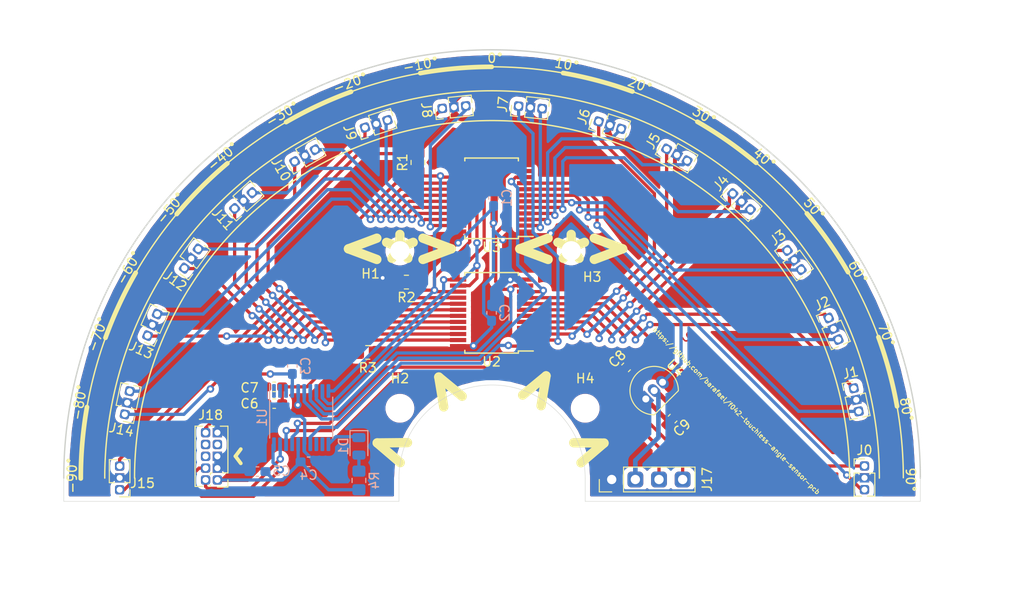
<source format=kicad_pcb>
(kicad_pcb (version 20171130) (host pcbnew 5.1.9)
  (layers (0 F.Cu signal) (31 B.Cu signal) (34 B.Paste user) (35 F.Paste user) (36 B.SilkS user) (37 F.SilkS user) (38 B.Mask user) (39 F.Mask user) (44 Edge.Cuts user))
  (net 0 "")
  (net 1 "Net-(U1-Pad13)")
  (net 2 "Net-(U1-Pad12)")
  (net 3 "Net-(U1-Pad3)")
  (net 4 "Net-(U1-Pad2)")
  (net 5 "Net-(U1-Pad1)")
  (net 6 SENSE)
  (net 7 LED)
  (net 8 EN)
  (net 9 SEL3)
  (net 10 SEL2)
  (net 11 SEL1)
  (net 12 SEL0)
  (net 13 GND)
  (net 14 VDD)
  (net 15 SENSE12)
  (net 16 SENSOR_SUPPLY12)
  (net 17 SENSOR_SUPPLY4)
  (net 18 SENSE4)
  (net 19 SENSOR_SUPPLY8)
  (net 20 SENSE8)
  (net 21 SENSOR_SUPPLY0)
  (net 22 SENSE0)
  (net 23 SENSOR_SUPPLY13)
  (net 24 SENSE13)
  (net 25 SENSOR_SUPPLY5)
  (net 26 SENSE5)
  (net 27 SENSOR_SUPPLY9)
  (net 28 SENSE9)
  (net 29 SENSOR_SUPPLY1)
  (net 30 SENSE1)
  (net 31 SENSOR_SUPPLY14)
  (net 32 SENSE14)
  (net 33 SENSOR_SUPPLY6)
  (net 34 SENSE6)
  (net 35 SENSOR_SUPPLY10)
  (net 36 SENSE10)
  (net 37 SENSOR_SUPPLY2)
  (net 38 SENSE2)
  (net 39 SENSOR_SUPPLY15)
  (net 40 SENSE15)
  (net 41 SENSOR_SUPPLY7)
  (net 42 SENSE7)
  (net 43 SENSOR_SUPPLY11)
  (net 44 SENSE11)
  (net 45 SENSOR_SUPPLY3)
  (net 46 SENSE3)
  (net 47 SERIAL_RX)
  (net 48 SERIAL_TX)
  (net 49 NRST)
  (net 50 VDD_ANALOG)
  (net 51 "Net-(D1-Pad2)")
  (net 52 VIN)
  (net 53 "Net-(J18-Pad8)")
  (net 54 "Net-(J18-Pad7)")
  (net 55 "Net-(J18-Pad6)")
  (net 56 SWCLK)
  (net 57 SWDIO)
  (module Connector_PinHeader_1.27mm:PinHeader_2x05_P1.27mm_Vertical (layer F.Cu) (at 147.5 80.2 180)
    (fp_text reference J18 (at 0.73 6.97) (layer F.SilkS))
    (fp_text value Conn_02x05_Odd_Even)
    (pad 1 thru_hole roundrect (at 0 0 180) (size 1 1) (drill 0.65) (layers *.Cu *.Mask) (net 14 VDD))
    (pad 2 thru_hole roundrect (at 1.27 0 180) (size 1 1) (drill 0.65) (layers *.Cu *.Mask) (net 57 SWDIO))
    (pad 3 thru_hole rect (at 0 1.27 180) (size 1 1) (drill 0.65) (layers *.Cu *.Mask) (net 13 GND))
    (pad 4 thru_hole roundrect (at 1.27 1.27 180) (size 1 1) (drill 0.65) (layers *.Cu *.Mask) (net 56 SWCLK))
    (pad 5 thru_hole rect (at 0 2.54 180) (size 1 1) (drill 0.65) (layers *.Cu *.Mask) (net 13 GND))
    (pad 6 thru_hole roundrect (at 1.27 2.54 180) (size 1 1) (drill 0.65) (layers *.Cu *.Mask) (net 55 "Net-(J18-Pad6)"))
    (pad 7 thru_hole roundrect (at 0 3.81 180) (size 1 1) (drill 0.65) (layers *.Cu *.Mask) (net 54 "Net-(J18-Pad7)"))
    (pad 8 thru_hole roundrect (at 1.27 3.81 180) (size 1 1) (drill 0.65) (layers *.Cu *.Mask) (net 53 "Net-(J18-Pad8)"))
    (pad 9 thru_hole trapezoid (at 0 5.08 180) (size 1 1) (drill 0.65) (layers *.Cu *.Mask) (net 13 GND))
    (pad 10 thru_hole roundrect (at 1.27 5.08 180) (size 1 1) (drill 0.65) (layers *.Cu *.Mask) (net 49 NRST))
  )
  (module Capacitor_SMD:C_0603_1608Metric_Pad1.08x0.95mm_HandSolder (layer F.Cu) (at 196.39012 73.60988 225)
    (fp_text reference C9 (at 0 -1.43 45) (layer F.SilkS))
    (fp_text value 1uF)
    (pad 1 smd roundrect (at -0.8625 0 225) (size 1.075 0.95) (layers F.Cu F.Paste F.Mask) (net 52 VIN))
    (pad 2 smd roundrect (at 0.8625 0 225) (size 1.075 0.95) (layers F.Cu F.Paste F.Mask) (net 13 GND))
  )
  (module Capacitor_SMD:C_0603_1608Metric_Pad1.08x0.95mm_HandSolder (layer F.Cu) (at 191.39012 68.10988 225)
    (fp_text reference C8 (at 0.021383 1.308148 45) (layer F.SilkS))
    (fp_text value 1uF)
    (pad 1 smd roundrect (at -0.8625 0 225) (size 1.075 0.95) (layers F.Cu F.Paste F.Mask) (net 14 VDD))
    (pad 2 smd roundrect (at 0.8625 0 225) (size 1.075 0.95) (layers F.Cu F.Paste F.Mask) (net 13 GND))
  )
  (module Package_TO_SOT_THT:TO-92_Inline (layer F.Cu) (at 193.513118 71.5 45)
    (fp_text reference U4 (at 4.586918 -0.079987 135) (layer F.SilkS))
    (fp_text value MCP1700-3302E_TO92)
    (pad 2 thru_hole oval (at 1.27 0 45) (size 1.05 1.5) (drill 0.75) (layers *.Cu *.Mask) (net 52 VIN))
    (pad 3 thru_hole oval (at 2.54 0 45) (size 1.05 1.5) (drill 0.75) (layers *.Cu *.Mask) (net 14 VDD))
    (pad 1 thru_hole rect (at 0 0 45) (size 1.05 1.5) (drill 0.75) (layers *.Cu *.Mask) (net 13 GND))
  )
  (module MountingHole:MountingHole_2.1mm (layer F.Cu) (at 187 72.5)
    (fp_text reference H4 (at 0 -3.2) (layer F.SilkS))
    (fp_text value MountingHole)
    (pad "" np_thru_hole circle (at 0 0) (size 2.1 2.1) (drill 2.1) (layers *.Cu *.Mask))
  )
  (module MountingHole:MountingHole_2.1mm (layer F.Cu) (at 185.5 55.6)
    (fp_text reference H3 (at 2.25 2.8) (layer F.SilkS))
    (fp_text value MountingHole)
    (pad "" np_thru_hole circle (at 0 0) (size 2.1 2.1) (drill 2.1) (layers *.Cu *.Mask))
  )
  (module MountingHole:MountingHole_2.1mm (layer F.Cu) (at 167.1 72.5)
    (fp_text reference H2 (at 0 -3.2) (layer F.SilkS))
    (fp_text value MountingHole)
    (pad "" np_thru_hole circle (at 0 0) (size 2.1 2.1) (drill 2.1) (layers *.Cu *.Mask))
  )
  (module MountingHole:MountingHole_2.1mm (layer F.Cu) (at 167.1 55.6)
    (fp_text reference H1 (at -3.15 2.45) (layer F.SilkS))
    (fp_text value MountingHole)
    (pad "" np_thru_hole circle (at 0 0) (size 2.1 2.1) (drill 2.1) (layers *.Cu *.Mask))
  )
  (module Resistor_SMD:R_0805_2012Metric_Pad1.20x1.40mm_HandSolder (layer B.Cu) (at 162.7 80.25 90)
    (fp_text reference R4 (at 0 1.65 270) (layer B.SilkS) (effects (justify mirror)))
    (fp_text value R)
    (pad 2 smd roundrect (at 1 0 90) (size 1.2 1.4) (layers B.Cu B.Paste B.Mask) (roundrect_rratio 0.2083325) (net 51 "Net-(D1-Pad2)"))
    (pad 1 smd roundrect (at -1 0 90) (size 1.2 1.4) (layers B.Cu B.Paste B.Mask) (roundrect_rratio 0.2083325) (net 14 VDD))
  )
  (module Resistor_SMD:R_0805_2012Metric_Pad1.20x1.40mm_HandSolder (layer F.Cu) (at 163.65 66.5 180)
    (fp_text reference R3 (at 0 -1.65) (layer F.SilkS))
    (fp_text value 0)
    (pad 1 smd roundrect (at -1 0 180) (size 1.2 1.4) (layers F.Cu F.Paste F.Mask) (roundrect_rratio 0.2083325) (net 14 VDD))
    (pad 2 smd roundrect (at 1 0 180) (size 1.2 1.4) (layers F.Cu F.Paste F.Mask) (roundrect_rratio 0.2083325) (net 50 VDD_ANALOG))
  )
  (module Connector_PinHeader_2.54mm:PinHeader_1x04_P2.54mm_Vertical (layer F.Cu) (at 189.85 80.15 90)
    (fp_text reference J17 (at 0 10.25 90) (layer F.SilkS))
    (fp_text value Conn_01x04)
    (pad 1 thru_hole rect (at 0 0 90) (size 1.7 1.7) (drill 1) (layers *.Cu *.Mask) (net 13 GND))
    (pad 2 thru_hole roundrect (at 0 2.54 90) (size 1.7 1.7) (drill 1) (layers *.Cu *.Mask) (net 52 VIN))
    (pad 3 thru_hole roundrect (at 0 5.08 90) (size 1.7 1.7) (drill 1) (layers *.Cu *.Mask) (net 47 SERIAL_RX))
    (pad 4 thru_hole roundrect (at 0 7.62 90) (size 1.7 1.7) (drill 1) (layers *.Cu *.Mask) (net 48 SERIAL_TX))
  )
  (module LED_SMD:LED_0805_2012Metric (layer B.Cu) (at 162.7 76.5875 270)
    (fp_text reference D1 (at 0 1.65 270) (layer B.SilkS) (effects (justify mirror)))
    (fp_text value LED)
    (pad 1 smd roundrect (at -0.9375 0 270) (size 0.975 1.4) (layers B.Cu B.Paste B.Mask) (net 7 LED))
    (pad 2 smd roundrect (at 0.9375 0 270) (size 0.975 1.4) (layers B.Cu B.Paste B.Mask) (net 51 "Net-(D1-Pad2)"))
  )
  (module Capacitor_SMD:C_0603_1608Metric_Pad1.08x0.95mm_HandSolder (layer F.Cu) (at 153.6 70.2 180)
    (fp_text reference C7 (at 2.65 -0.1) (layer F.SilkS))
    (fp_text value 1uF)
    (pad 2 smd roundrect (at 0.8625 0 180) (size 1.075 0.95) (layers F.Cu F.Paste F.Mask) (net 13 GND))
    (pad 1 smd roundrect (at -0.8625 0 180) (size 1.075 0.95) (layers F.Cu F.Paste F.Mask) (net 50 VDD_ANALOG))
  )
  (module Capacitor_SMD:C_0603_1608Metric_Pad1.08x0.95mm_HandSolder (layer F.Cu) (at 153.6 72 180)
    (fp_text reference C6 (at 2.65 0) (layer F.SilkS))
    (fp_text value 10nF)
    (pad 2 smd roundrect (at 0.8625 0 180) (size 1.075 0.95) (layers F.Cu F.Paste F.Mask) (net 13 GND))
    (pad 1 smd roundrect (at -0.8625 0 180) (size 1.075 0.95) (layers F.Cu F.Paste F.Mask) (net 50 VDD_ANALOG))
  )
  (module Capacitor_SMD:C_0603_1608Metric_Pad1.08x0.95mm_HandSolder (layer B.Cu) (at 151.8 79.3 180)
    (fp_text reference C5 (at -2.6 0.05) (layer B.SilkS) (effects (justify mirror)))
    (fp_text value 4.7uF)
    (pad 1 smd roundrect (at -0.8625 0 180) (size 1.075 0.95) (layers B.Cu B.Paste B.Mask) (net 14 VDD))
    (pad 2 smd roundrect (at 0.8625 0 180) (size 1.075 0.95) (layers B.Cu B.Paste B.Mask) (net 13 GND))
  )
  (module Capacitor_SMD:C_0603_1608Metric_Pad1.08x0.95mm_HandSolder (layer B.Cu) (at 157.3 78.25)
    (fp_text reference C4 (at 0 1.43) (layer B.SilkS) (effects (justify mirror)))
    (fp_text value 100nF)
    (pad 1 smd roundrect (at -0.8625 0) (size 1.075 0.95) (layers B.Cu B.Paste B.Mask) (net 14 VDD))
    (pad 2 smd roundrect (at 0.8625 0) (size 1.075 0.95) (layers B.Cu B.Paste B.Mask) (net 13 GND))
  )
  (module Capacitor_SMD:C_0603_1608Metric_Pad1.08x0.95mm_HandSolder (layer B.Cu) (at 155.55 67.95 90)
    (fp_text reference C3 (at 0 1.43 270) (layer B.SilkS) (effects (justify mirror)))
    (fp_text value 100nF)
    (pad 2 smd roundrect (at 0.8625 0 90) (size 1.075 0.95) (layers B.Cu B.Paste B.Mask) (net 13 GND))
    (pad 1 smd roundrect (at -0.8625 0 90) (size 1.075 0.95) (layers B.Cu B.Paste B.Mask) (net 49 NRST))
  )
  (module Connector_PinHeader_1.27mm:PinHeader_1x03_P1.27mm_Vertical (layer F.Cu) (at 149.35 51.05 132)
    (fp_text reference J11 (at 0 -1.695 132) (layer F.SilkS))
    (fp_text value Conn_01x03)
    (pad 3 thru_hole roundrect (at 0 2.54 132) (size 1 1) (drill 0.65) (layers *.Cu *.Mask) (net 43 SENSOR_SUPPLY11))
    (pad 2 thru_hole trapezoid (at 0 1.27 132) (size 1 1) (drill 0.65) (layers *.Cu *.Mask) (net 13 GND))
    (pad 1 thru_hole roundrect (at 0 0 132) (size 1 1) (drill 0.65) (layers *.Cu *.Mask) (net 44 SENSE11))
  )
  (module Capacitor_SMD:C_0603_1608Metric_Pad1.08x0.95mm_HandSolder (layer B.Cu) (at 177.165 49.911 90)
    (fp_text reference C1 (at 0 1.43 270) (layer B.SilkS) (effects (justify mirror)))
    (fp_text value 0.1uF)
    (pad 1 smd roundrect (at -0.8625 0 90) (size 1.075 0.95) (layers B.Cu B.Paste B.Mask) (net 14 VDD))
    (pad 2 smd roundrect (at 0.8625 0 90) (size 1.075 0.95) (layers B.Cu B.Paste B.Mask) (net 13 GND))
  )
  (module Connector_PinHeader_1.27mm:PinHeader_1x03_P1.27mm_Vertical (layer F.Cu) (at 215.85 70.35 12)
    (fp_text reference J1 (at 0 -1.695 12) (layer F.SilkS))
    (fp_text value Conn_01x03)
    (pad 1 thru_hole roundrect (at 0 0 12) (size 1 1) (drill 0.65) (layers *.Cu *.Mask) (net 30 SENSE1))
    (pad 2 thru_hole trapezoid (at 0 1.27 12) (size 1 1) (drill 0.65) (layers *.Cu *.Mask) (net 13 GND))
    (pad 3 thru_hole roundrect (at 0 2.54 12) (size 1 1) (drill 0.65) (layers *.Cu *.Mask) (net 29 SENSOR_SUPPLY1))
  )
  (module Resistor_SMD:R_0805_2012Metric_Pad1.20x1.40mm_HandSolder (layer F.Cu) (at 167.8 58.95 180)
    (fp_text reference R2 (at 0 -1.65) (layer F.SilkS))
    (fp_text value 10K)
    (pad 2 smd roundrect (at 1 0 180) (size 1.2 1.4) (layers F.Cu F.Paste F.Mask) (roundrect_rratio 0.2083325) (net 13 GND))
    (pad 1 smd roundrect (at -1 0 180) (size 1.2 1.4) (layers F.Cu F.Paste F.Mask) (roundrect_rratio 0.2083325) (net 8 EN))
  )
  (module Connector_PinHeader_1.27mm:PinHeader_1x03_P1.27mm_Vertical (layer F.Cu) (at 163.35 42.35 108)
    (fp_text reference J9 (at 0 -1.695 108) (layer F.SilkS))
    (fp_text value Conn_01x03)
    (pad 3 thru_hole roundrect (at 0 2.54 108) (size 1 1) (drill 0.65) (layers *.Cu *.Mask) (net 27 SENSOR_SUPPLY9))
    (pad 2 thru_hole trapezoid (at 0 1.27 108) (size 1 1) (drill 0.65) (layers *.Cu *.Mask) (net 13 GND))
    (pad 1 thru_hole roundrect (at 0 0 108) (size 1 1) (drill 0.65) (layers *.Cu *.Mask) (net 28 SENSE9))
  )
  (module Package_SO:SSOP-24_5.3x8.2mm_P0.65mm (layer F.Cu) (at 176.95 49.95 180)
    (fp_text reference U3 (at 0 -5.25) (layer F.SilkS))
    (fp_text value CD74HC4067SM)
    (pad 24 smd rect (at 3.6 -3.575 180) (size 1.75 0.45) (layers F.Cu F.Paste F.Mask) (net 14 VDD))
    (pad 23 smd rect (at 3.6 -2.925 180) (size 1.75 0.45) (layers F.Cu F.Paste F.Mask) (net 19 SENSOR_SUPPLY8))
    (pad 22 smd rect (at 3.6 -2.275 180) (size 1.75 0.45) (layers F.Cu F.Paste F.Mask) (net 27 SENSOR_SUPPLY9))
    (pad 21 smd rect (at 3.6 -1.625 180) (size 1.75 0.45) (layers F.Cu F.Paste F.Mask) (net 35 SENSOR_SUPPLY10))
    (pad 20 smd rect (at 3.6 -0.975 180) (size 1.75 0.45) (layers F.Cu F.Paste F.Mask) (net 43 SENSOR_SUPPLY11))
    (pad 19 smd rect (at 3.6 -0.325 180) (size 1.75 0.45) (layers F.Cu F.Paste F.Mask) (net 16 SENSOR_SUPPLY12))
    (pad 18 smd rect (at 3.6 0.325 180) (size 1.75 0.45) (layers F.Cu F.Paste F.Mask) (net 23 SENSOR_SUPPLY13))
    (pad 17 smd rect (at 3.6 0.975 180) (size 1.75 0.45) (layers F.Cu F.Paste F.Mask) (net 31 SENSOR_SUPPLY14))
    (pad 16 smd rect (at 3.6 1.625 180) (size 1.75 0.45) (layers F.Cu F.Paste F.Mask) (net 39 SENSOR_SUPPLY15))
    (pad 15 smd rect (at 3.6 2.275 180) (size 1.75 0.45) (layers F.Cu F.Paste F.Mask) (net 8 EN))
    (pad 14 smd rect (at 3.6 2.925 180) (size 1.75 0.45) (layers F.Cu F.Paste F.Mask) (net 10 SEL2))
    (pad 13 smd rect (at 3.6 3.575 180) (size 1.75 0.45) (layers F.Cu F.Paste F.Mask) (net 9 SEL3))
    (pad 12 smd rect (at -3.6 3.575 180) (size 1.75 0.45) (layers F.Cu F.Paste F.Mask) (net 13 GND))
    (pad 11 smd rect (at -3.6 2.925 180) (size 1.75 0.45) (layers F.Cu F.Paste F.Mask) (net 11 SEL1))
    (pad 10 smd rect (at -3.6 2.275 180) (size 1.75 0.45) (layers F.Cu F.Paste F.Mask) (net 12 SEL0))
    (pad 9 smd rect (at -3.6 1.625 180) (size 1.75 0.45) (layers F.Cu F.Paste F.Mask) (net 21 SENSOR_SUPPLY0))
    (pad 8 smd rect (at -3.6 0.975 180) (size 1.75 0.45) (layers F.Cu F.Paste F.Mask) (net 29 SENSOR_SUPPLY1))
    (pad 7 smd rect (at -3.6 0.325 180) (size 1.75 0.45) (layers F.Cu F.Paste F.Mask) (net 37 SENSOR_SUPPLY2))
    (pad 6 smd rect (at -3.6 -0.325 180) (size 1.75 0.45) (layers F.Cu F.Paste F.Mask) (net 45 SENSOR_SUPPLY3))
    (pad 5 smd rect (at -3.6 -0.975 180) (size 1.75 0.45) (layers F.Cu F.Paste F.Mask) (net 17 SENSOR_SUPPLY4))
    (pad 4 smd rect (at -3.6 -1.625 180) (size 1.75 0.45) (layers F.Cu F.Paste F.Mask) (net 25 SENSOR_SUPPLY5))
    (pad 3 smd rect (at -3.6 -2.275 180) (size 1.75 0.45) (layers F.Cu F.Paste F.Mask) (net 33 SENSOR_SUPPLY6))
    (pad 2 smd rect (at -3.6 -2.925 180) (size 1.75 0.45) (layers F.Cu F.Paste F.Mask) (net 41 SENSOR_SUPPLY7))
    (pad 1 smd rect (at -3.6 -3.575 180) (size 1.75 0.45) (layers F.Cu F.Paste F.Mask) (net 14 VDD))
  )
  (module Connector_PinHeader_1.27mm:PinHeader_1x03_P1.27mm_Vertical (layer F.Cu) (at 137 81.25 180)
    (fp_text reference J15 (at -2.45 0.7) (layer F.SilkS))
    (fp_text value Conn_01x03)
    (pad 3 thru_hole roundrect (at 0 2.54 180) (size 1 1) (drill 0.65) (layers *.Cu *.Mask) (net 39 SENSOR_SUPPLY15))
    (pad 2 thru_hole rect (at 0 1.27 180) (size 1 1) (drill 0.65) (layers *.Cu *.Mask) (net 13 GND))
    (pad 1 thru_hole roundrect (at 0 0 180) (size 1 1) (drill 0.65) (layers *.Cu *.Mask) (net 40 SENSE15))
  )
  (module Capacitor_SMD:C_0603_1608Metric_Pad1.08x0.95mm_HandSolder (layer B.Cu) (at 176.95 62.25 90)
    (fp_text reference C2 (at 0 1.43 -90) (layer B.SilkS) (effects (justify mirror)))
    (fp_text value 0.1uF)
    (pad 1 smd roundrect (at -0.8625 0 90) (size 1.075 0.95) (layers B.Cu B.Paste B.Mask) (net 14 VDD))
    (pad 2 smd roundrect (at 0.8625 0 90) (size 1.075 0.95) (layers B.Cu B.Paste B.Mask) (net 13 GND))
  )
  (module Package_SO:SSOP-24_5.3x8.2mm_P0.65mm (layer F.Cu) (at 176.95 62.25 180)
    (fp_text reference U2 (at 0 -5.25) (layer F.SilkS))
    (fp_text value CD74HC4067SM)
    (pad 1 smd rect (at -3.6 -3.575 180) (size 1.75 0.45) (layers F.Cu F.Paste F.Mask) (net 6 SENSE))
    (pad 2 smd rect (at -3.6 -2.925 180) (size 1.75 0.45) (layers F.Cu F.Paste F.Mask) (net 42 SENSE7))
    (pad 3 smd rect (at -3.6 -2.275 180) (size 1.75 0.45) (layers F.Cu F.Paste F.Mask) (net 34 SENSE6))
    (pad 4 smd rect (at -3.6 -1.625 180) (size 1.75 0.45) (layers F.Cu F.Paste F.Mask) (net 26 SENSE5))
    (pad 5 smd rect (at -3.6 -0.975 180) (size 1.75 0.45) (layers F.Cu F.Paste F.Mask) (net 18 SENSE4))
    (pad 6 smd rect (at -3.6 -0.325 180) (size 1.75 0.45) (layers F.Cu F.Paste F.Mask) (net 46 SENSE3))
    (pad 7 smd rect (at -3.6 0.325 180) (size 1.75 0.45) (layers F.Cu F.Paste F.Mask) (net 38 SENSE2))
    (pad 8 smd rect (at -3.6 0.975 180) (size 1.75 0.45) (layers F.Cu F.Paste F.Mask) (net 30 SENSE1))
    (pad 9 smd rect (at -3.6 1.625 180) (size 1.75 0.45) (layers F.Cu F.Paste F.Mask) (net 22 SENSE0))
    (pad 10 smd rect (at -3.6 2.275 180) (size 1.75 0.45) (layers F.Cu F.Paste F.Mask) (net 12 SEL0))
    (pad 11 smd rect (at -3.6 2.925 180) (size 1.75 0.45) (layers F.Cu F.Paste F.Mask) (net 11 SEL1))
    (pad 12 smd rect (at -3.6 3.575 180) (size 1.75 0.45) (layers F.Cu F.Paste F.Mask) (net 13 GND))
    (pad 13 smd rect (at 3.6 3.575 180) (size 1.75 0.45) (layers F.Cu F.Paste F.Mask) (net 9 SEL3))
    (pad 14 smd rect (at 3.6 2.925 180) (size 1.75 0.45) (layers F.Cu F.Paste F.Mask) (net 10 SEL2))
    (pad 15 smd rect (at 3.6 2.275 180) (size 1.75 0.45) (layers F.Cu F.Paste F.Mask) (net 8 EN))
    (pad 16 smd rect (at 3.6 1.625 180) (size 1.75 0.45) (layers F.Cu F.Paste F.Mask) (net 40 SENSE15))
    (pad 17 smd rect (at 3.6 0.975 180) (size 1.75 0.45) (layers F.Cu F.Paste F.Mask) (net 32 SENSE14))
    (pad 18 smd rect (at 3.6 0.325 180) (size 1.75 0.45) (layers F.Cu F.Paste F.Mask) (net 24 SENSE13))
    (pad 19 smd rect (at 3.6 -0.325 180) (size 1.75 0.45) (layers F.Cu F.Paste F.Mask) (net 15 SENSE12))
    (pad 20 smd rect (at 3.6 -0.975 180) (size 1.75 0.45) (layers F.Cu F.Paste F.Mask) (net 44 SENSE11))
    (pad 21 smd rect (at 3.6 -1.625 180) (size 1.75 0.45) (layers F.Cu F.Paste F.Mask) (net 36 SENSE10))
    (pad 22 smd rect (at 3.6 -2.275 180) (size 1.75 0.45) (layers F.Cu F.Paste F.Mask) (net 28 SENSE9))
    (pad 23 smd rect (at 3.6 -2.925 180) (size 1.75 0.45) (layers F.Cu F.Paste F.Mask) (net 20 SENSE8))
    (pad 24 smd rect (at 3.6 -3.575 180) (size 1.75 0.45) (layers F.Cu F.Paste F.Mask) (net 14 VDD))
  )
  (module Connector_PinHeader_1.27mm:PinHeader_1x03_P1.27mm_Vertical (layer F.Cu) (at 155.8 46 120)
    (fp_text reference J10 (at 0 -1.695 120) (layer F.SilkS))
    (fp_text value Conn_01x03)
    (pad 3 thru_hole roundrect (at 0 2.54 120) (size 1 1) (drill 0.65) (layers *.Cu *.Mask) (net 35 SENSOR_SUPPLY10))
    (pad 2 thru_hole trapezoid (at 0 1.27 120) (size 1 1) (drill 0.65) (layers *.Cu *.Mask) (net 13 GND))
    (pad 1 thru_hole roundrect (at 0 0 120) (size 1 1) (drill 0.65) (layers *.Cu *.Mask) (net 36 SENSE10))
  )
  (module Connector_PinHeader_1.27mm:PinHeader_1x03_P1.27mm_Vertical (layer F.Cu) (at 217 78.7)
    (fp_text reference J0 (at 0 -1.695) (layer F.SilkS))
    (fp_text value Conn_01x03)
    (pad 3 thru_hole roundrect (at 0 2.54) (size 1 1) (drill 0.65) (layers *.Cu *.Mask) (net 21 SENSOR_SUPPLY0))
    (pad 2 thru_hole rect (at 0 1.27) (size 1 1) (drill 0.65) (layers *.Cu *.Mask) (net 13 GND))
    (pad 1 thru_hole roundrect (at 0 0) (size 1 1) (drill 0.65) (layers *.Cu *.Mask) (net 22 SENSE0))
  )
  (module Connector_PinHeader_1.27mm:PinHeader_1x03_P1.27mm_Vertical (layer F.Cu) (at 140 64.7 156)
    (fp_text reference J13 (at 0 -1.695 156) (layer F.SilkS))
    (fp_text value Conn_01x03)
    (pad 3 thru_hole roundrect (at 0 2.54 156) (size 1 1) (drill 0.65) (layers *.Cu *.Mask) (net 23 SENSOR_SUPPLY13))
    (pad 2 thru_hole rect (at 0 1.27 156) (size 1 1) (drill 0.65) (layers *.Cu *.Mask) (net 13 GND))
    (pad 1 thru_hole roundrect (at 0 0 156) (size 1 1) (drill 0.65) (layers *.Cu *.Mask) (net 24 SENSE13))
  )
  (module Connector_PinHeader_1.27mm:PinHeader_1x03_P1.27mm_Vertical (layer F.Cu) (at 179.85 40.05 84)
    (fp_text reference J7 (at 0 -1.695 84) (layer F.SilkS))
    (fp_text value Conn_01x03)
    (pad 3 thru_hole roundrect (at 0 2.54 84) (size 1 1) (drill 0.65) (layers *.Cu *.Mask) (net 41 SENSOR_SUPPLY7))
    (pad 2 thru_hole trapezoid (at 0 1.27 84) (size 1 1) (drill 0.65) (layers *.Cu *.Mask) (net 13 GND))
    (pad 1 thru_hole roundrect (at 0 0 84) (size 1 1) (drill 0.65) (layers *.Cu *.Mask) (net 42 SENSE7))
  )
  (module Connector_PinHeader_1.27mm:PinHeader_1x03_P1.27mm_Vertical (layer F.Cu) (at 143.95 57.45 144)
    (fp_text reference J12 (at 0 -1.695 144) (layer F.SilkS))
    (fp_text value Conn_01x03)
    (pad 3 thru_hole roundrect (at 0 2.54 144) (size 1 1) (drill 0.65) (layers *.Cu *.Mask) (net 16 SENSOR_SUPPLY12))
    (pad 2 thru_hole trapezoid (at 0 1.27 144) (size 1 1) (drill 0.65) (layers *.Cu *.Mask) (net 13 GND))
    (pad 1 thru_hole roundrect (at 0 0 144) (size 1 1) (drill 0.65) (layers *.Cu *.Mask) (net 15 SENSE12))
  )
  (module Connector_PinHeader_1.27mm:PinHeader_1x03_P1.27mm_Vertical (layer F.Cu) (at 195.75 44.65 60)
    (fp_text reference J5 (at 0 -1.695 60) (layer F.SilkS))
    (fp_text value Conn_01x03)
    (pad 3 thru_hole roundrect (at 0 2.54 60) (size 1 1) (drill 0.65) (layers *.Cu *.Mask) (net 25 SENSOR_SUPPLY5))
    (pad 2 thru_hole rect (at 0 1.27 60) (size 1 1) (drill 0.65) (layers *.Cu *.Mask) (net 13 GND))
    (pad 1 thru_hole roundrect (at 0 0 60) (size 1 1) (drill 0.65) (layers *.Cu *.Mask) (net 26 SENSE5))
  )
  (module Connector_PinHeader_1.27mm:PinHeader_1x03_P1.27mm_Vertical (layer F.Cu) (at 213.15 62.8 24)
    (fp_text reference J2 (at 0 -1.695 24) (layer F.SilkS))
    (fp_text value Conn_01x03)
    (pad 3 thru_hole roundrect (at 0 2.54 24) (size 1 1) (drill 0.65) (layers *.Cu *.Mask) (net 37 SENSOR_SUPPLY2))
    (pad 2 thru_hole trapezoid (at 0 1.27 24) (size 1 1) (drill 0.65) (layers *.Cu *.Mask) (net 13 GND))
    (pad 1 thru_hole roundrect (at 0 0 24) (size 1 1) (drill 0.65) (layers *.Cu *.Mask) (net 38 SENSE2))
  )
  (module Resistor_SMD:R_0805_2012Metric_Pad1.20x1.40mm_HandSolder (layer F.Cu) (at 169.037 46.101 90)
    (fp_text reference R1 (at 0 -1.65 90) (layer F.SilkS))
    (fp_text value 10K)
    (pad 1 smd roundrect (at -1 0 90) (size 1.2 1.4) (layers F.Cu F.Paste F.Mask) (roundrect_rratio 0.2083325) (net 8 EN))
    (pad 2 smd roundrect (at 1 0 90) (size 1.2 1.4) (layers F.Cu F.Paste F.Mask) (roundrect_rratio 0.2083325) (net 13 GND))
  )
  (module Package_SO:TSSOP-20_4.4x6.5mm_P0.65mm (layer B.Cu) (at 156.5 73.5 270)
    (fp_text reference U1 (at 0 4.2 90) (layer B.SilkS) (effects (justify mirror)))
    (fp_text value STM32F042F6Px)
    (pad 20 smd roundrect (at 2.8625 2.925 270) (size 1.475 0.4) (layers B.Cu B.Paste B.Mask) (net 56 SWCLK))
    (pad 19 smd roundrect (at 2.8625 2.275 270) (size 1.475 0.4) (layers B.Cu B.Paste B.Mask) (net 57 SWDIO))
    (pad 18 smd roundrect (at 2.8625 1.625 270) (size 1.475 0.4) (layers B.Cu B.Paste B.Mask) (net 47 SERIAL_RX))
    (pad 17 smd roundrect (at 2.8625 0.975 270) (size 1.475 0.4) (layers B.Cu B.Paste B.Mask) (net 48 SERIAL_TX))
    (pad 16 smd roundrect (at 2.8625 0.325 270) (size 1.475 0.4) (layers B.Cu B.Paste B.Mask) (net 14 VDD))
    (pad 15 smd roundrect (at 2.8625 -0.325 270) (size 1.475 0.4) (layers B.Cu B.Paste B.Mask) (net 13 GND))
    (pad 14 smd roundrect (at 2.8625 -0.975 270) (size 1.475 0.4) (layers B.Cu B.Paste B.Mask) (net 6 SENSE))
    (pad 13 smd roundrect (at 2.8625 -1.625 270) (size 1.475 0.4) (layers B.Cu B.Paste B.Mask) (net 1 "Net-(U1-Pad13)"))
    (pad 12 smd roundrect (at 2.8625 -2.275 270) (size 1.475 0.4) (layers B.Cu B.Paste B.Mask) (net 2 "Net-(U1-Pad12)"))
    (pad 11 smd roundrect (at 2.8625 -2.925 270) (size 1.475 0.4) (layers B.Cu B.Paste B.Mask) (net 7 LED))
    (pad 10 smd roundrect (at -2.8625 -2.925 270) (size 1.475 0.4) (layers B.Cu B.Paste B.Mask) (net 8 EN))
    (pad 9 smd roundrect (at -2.8625 -2.275 270) (size 1.475 0.4) (layers B.Cu B.Paste B.Mask) (net 9 SEL3))
    (pad 8 smd roundrect (at -2.8625 -1.625 270) (size 1.475 0.4) (layers B.Cu B.Paste B.Mask) (net 10 SEL2))
    (pad 7 smd roundrect (at -2.8625 -0.975 270) (size 1.475 0.4) (layers B.Cu B.Paste B.Mask) (net 11 SEL1))
    (pad 6 smd roundrect (at -2.8625 -0.325 270) (size 1.475 0.4) (layers B.Cu B.Paste B.Mask) (net 12 SEL0))
    (pad 5 smd roundrect (at -2.8625 0.325 270) (size 1.475 0.4) (layers B.Cu B.Paste B.Mask) (net 14 VDD))
    (pad 4 smd roundrect (at -2.8625 0.975 270) (size 1.475 0.4) (layers B.Cu B.Paste B.Mask) (net 49 NRST))
    (pad 3 smd roundrect (at -2.8625 1.625 270) (size 1.475 0.4) (layers B.Cu B.Paste B.Mask) (net 3 "Net-(U1-Pad3)"))
    (pad 2 smd roundrect (at -2.8625 2.275 270) (size 1.475 0.4) (layers B.Cu B.Paste B.Mask) (net 4 "Net-(U1-Pad2)"))
    (pad 1 smd roundrect (at -2.8625 2.925 270) (size 1.475 0.4) (layers B.Cu B.Paste B.Mask) (net 5 "Net-(U1-Pad1)"))
  )
  (module Connector_PinHeader_1.27mm:PinHeader_1x03_P1.27mm_Vertical (layer F.Cu) (at 188.45 41.7 72)
    (fp_text reference J6 (at 0 -1.695 72) (layer F.SilkS))
    (fp_text value Conn_01x03)
    (pad 3 thru_hole roundrect (at 0 2.54 72) (size 1 1) (drill 0.65) (layers *.Cu *.Mask) (net 33 SENSOR_SUPPLY6))
    (pad 2 thru_hole rect (at 0 1.27 72) (size 1 1) (drill 0.65) (layers *.Cu *.Mask) (net 13 GND))
    (pad 1 thru_hole roundrect (at 0 0 72) (size 1 1) (drill 0.65) (layers *.Cu *.Mask) (net 34 SENSE6))
  )
  (module Connector_PinHeader_1.27mm:PinHeader_1x03_P1.27mm_Vertical (layer F.Cu) (at 171.65 40.3 96)
    (fp_text reference J8 (at 0 -1.695 96) (layer F.SilkS))
    (fp_text value Conn_01x03)
    (pad 3 thru_hole roundrect (at 0 2.54 96) (size 1 1) (drill 0.65) (layers *.Cu *.Mask) (net 19 SENSOR_SUPPLY8))
    (pad 2 thru_hole trapezoid (at 0 1.27 96) (size 1 1) (drill 0.65) (layers *.Cu *.Mask) (net 13 GND))
    (pad 1 thru_hole roundrect (at 0 0 96) (size 1 1) (drill 0.65) (layers *.Cu *.Mask) (net 20 SENSE8))
  )
  (module Connector_PinHeader_1.27mm:PinHeader_1x03_P1.27mm_Vertical (layer F.Cu) (at 137.55 73.15 168)
    (fp_text reference J14 (at 0 -1.695 168) (layer F.SilkS))
    (fp_text value Conn_01x03)
    (pad 3 thru_hole roundrect (at 0 2.54 168) (size 1 1) (drill 0.65) (layers *.Cu *.Mask) (net 31 SENSOR_SUPPLY14))
    (pad 2 thru_hole rect (at 0 1.27 168) (size 1 1) (drill 0.65) (layers *.Cu *.Mask) (net 13 GND))
    (pad 1 thru_hole roundrect (at 0 0 168) (size 1 1) (drill 0.65) (layers *.Cu *.Mask) (net 32 SENSE14))
  )
  (module Connector_PinHeader_1.27mm:PinHeader_1x03_P1.27mm_Vertical (layer F.Cu) (at 202.85 49.45 48)
    (fp_text reference J4 (at 0 -1.695 48) (layer F.SilkS))
    (fp_text value Conn_01x03)
    (pad 3 thru_hole roundrect (at 0 2.54 48) (size 1 1) (drill 0.65) (layers *.Cu *.Mask) (net 17 SENSOR_SUPPLY4))
    (pad 2 thru_hole trapezoid (at 0 1.27 48) (size 1 1) (drill 0.65) (layers *.Cu *.Mask) (net 13 GND))
    (pad 1 thru_hole roundrect (at 0 0 48) (size 1 1) (drill 0.65) (layers *.Cu *.Mask) (net 18 SENSE4))
  )
  (module Connector_PinHeader_1.27mm:PinHeader_1x03_P1.27mm_Vertical (layer F.Cu) (at 208.7 55.55 36)
    (fp_text reference J3 (at 0 -1.695 36) (layer F.SilkS))
    (fp_text value Conn_01x03)
    (pad 3 thru_hole roundrect (at 0 2.54 36) (size 1 1) (drill 0.65) (layers *.Cu *.Mask) (net 45 SENSOR_SUPPLY3))
    (pad 2 thru_hole trapezoid (at 0 1.27 36) (size 1 1) (drill 0.65) (layers *.Cu *.Mask) (net 13 GND))
    (pad 1 thru_hole roundrect (at 0 0 36) (size 1 1) (drill 0.65) (layers *.Cu *.Mask) (net 46 SENSE3))
  )
  (gr_text "Sail Angle Sensor rev. 1" (at 204.23 71.11 -45) (layer F.Cu) (effects (font (size 1 1))))
  (gr_text https://github.com/barafael/f042-touchless-angle-sensor-pcb (at 203.24 72.78 -45) (layer F.SilkS) (effects (font (size 0.5 0.5) (thickness 0.1))))
  (gr_text -90° (at 131.9 79.7 90) (layer F.SilkS) (effects (font (size 1 1))))
  (gr_text -80° (at 132.7 71.85 80) (layer F.SilkS) (effects (font (size 1 1))))
  (gr_text -70° (at 134.65 64.55 70) (layer F.SilkS) (effects (font (size 1 1))))
  (gr_text -60° (at 138 57.4 60) (layer F.SilkS) (effects (font (size 1 1))))
  (gr_text -50° (at 142.5 51 50) (layer F.SilkS) (effects (font (size 1 1))))
  (gr_text -40° (at 148.1 45.45 40) (layer F.SilkS) (effects (font (size 1 1))))
  (gr_text -30° (at 154.5 40.9 30) (layer F.SilkS) (effects (font (size 1 1))))
  (gr_text -20° (at 161.8 37.55 20) (layer F.SilkS) (effects (font (size 1 1))))
  (gr_text -10° (at 169.35 35.6 10) (layer F.SilkS) (effects (font (size 1 1))))
  (gr_text 90° (at 221.95 80.2 -90) (layer F.SilkS) (effects (font (size 1 1))))
  (gr_text 80° (at 221.5 72.65 -80) (layer F.SilkS) (effects (font (size 1 1))))
  (gr_text 70° (at 219.35 64.65 -70) (layer F.SilkS) (effects (font (size 1 1))))
  (gr_text 60° (at 216.3 57.9 -60) (layer F.SilkS) (effects (font (size 1 1))))
  (gr_text 50° (at 211.6 51.1 -50) (layer F.SilkS) (effects (font (size 1 1))))
  (gr_text 40° (at 206.25 45.7 -40) (layer F.SilkS) (effects (font (size 1 1))))
  (gr_text 30° (at 199.8 41.1 -30) (layer F.SilkS) (effects (font (size 1 1))))
  (gr_text 20° (at 192.9 37.8 -20) (layer F.SilkS) (effects (font (size 1 1))))
  (gr_text 10° (at 185.05 35.6 -10) (layer F.SilkS) (effects (font (size 1 1))))
  (gr_text 0° (at 177.35 34.9) (layer F.SilkS) (effects (font (size 1 1))))
  (gr_arc (start 177 79.999999) (end 132.827346 80.04082) (angle 10) (layer F.SilkS) (width 0.5))
  (gr_arc (start 176.999999 80) (end 133.491338 72.369698) (angle 10) (layer F.SilkS) (width 0.15))
  (gr_arc (start 177 79.999999) (end 135.477321 64.93042) (angle 10) (layer F.SilkS) (width 0.5))
  (gr_arc (start 176.999999 80) (end 138.724949 57.949023) (angle 10) (layer F.SilkS) (width 0.15))
  (gr_arc (start 177 79.999999) (end 143.135545 51.637635) (angle 10) (layer F.SilkS) (width 0.5))
  (gr_arc (start 176.999999 80) (end 148.575095 46.188022) (angle 10) (layer F.SilkS) (width 0.15))
  (gr_arc (start 177 79.999999) (end 154.878322 41.765769) (angle 10) (layer F.SilkS) (width 0.5))
  (gr_arc (start 176.999999 80) (end 161.853704 38.505244) (angle 10) (layer F.SilkS) (width 0.15))
  (gr_arc (start 177 80) (end 169.289299 36.505516) (angle 10) (layer F.SilkS) (width 0.5))
  (gr_arc (start 176.999999 80) (end 176.95918 35.827346) (angle 10) (layer F.SilkS) (width 0.15))
  (gr_arc (start 177 80) (end 184.630301 36.49134) (angle 10) (layer F.SilkS) (width 0.5))
  (gr_arc (start 177 79.999999) (end 192.06958 38.477321) (angle 10) (layer F.SilkS) (width 0.15))
  (gr_arc (start 177 80) (end 199.050976 41.72495) (angle 10.00000035) (layer F.SilkS) (width 0.5))
  (gr_arc (start 177 80) (end 205.362365 46.135546) (angle 10) (layer F.SilkS) (width 0.15))
  (gr_arc (start 177 80) (end 210.811977 51.575096) (angle 10) (layer F.SilkS) (width 0.5))
  (gr_arc (start 177 80) (end 220.494484 72.2893) (angle 10) (layer F.SilkS) (width 0.15))
  (gr_arc (start 177 80) (end 218.494755 64.853705) (angle 10) (layer F.SilkS) (width 0.5))
  (gr_arc (start 177 80) (end 215.23423 57.878323) (angle 10) (layer F.SilkS) (width 0.15))
  (gr_text ^ (at 151.8 77.65 90) (layer F.SilkS) (effects (font (size 4 4) (thickness 0.4))))
  (gr_text < (at 187.5 76.5 20) (layer F.SilkS) (effects (font (size 4 4) (thickness 1)) (justify mirror)))
  (gr_text < (at 166 77 160) (layer F.SilkS) (effects (font (size 4 4) (thickness 1)) (justify mirror)))
  (gr_text < (at 171.8 70.6 120) (layer F.SilkS) (effects (font (size 4 4) (thickness 1)) (justify mirror)))
  (gr_text < (at 181.8 70.2 60) (layer F.SilkS) (effects (font (size 4 4) (thickness 1)) (justify mirror)))
  (gr_text * (at 185.5 57.1) (layer F.SilkS) (effects (font (size 6 6) (thickness 1)) (justify mirror)))
  (gr_text * (at 167.1 57.1) (layer F.SilkS) (effects (font (size 6 6) (thickness 1)) (justify mirror)))
  (gr_text "< >" (at 185.5 55.1) (layer F.SilkS) (effects (font (size 4 4) (thickness 1)) (justify mirror)))
  (gr_text "< >" (at 167.1 55.1) (layer F.SilkS) (effects (font (size 4 4) (thickness 1)) (justify mirror)))
  (gr_arc (start 177 80) (end 218.6 80) (angle -180) (layer F.SilkS) (width 0.15))
  (gr_line (start 167 80) (end 167 82.5) (layer Edge.Cuts) (width 0.05))
  (gr_line (start 187 80) (end 187 82.5) (layer Edge.Cuts) (width 0.05))
  (gr_arc (start 177 80) (end 223 80) (angle -180) (layer Edge.Cuts) (width 0.15))
  (gr_line (start 223 82.5) (end 223 80) (layer Edge.Cuts) (width 0.05))
  (gr_line (start 131 82.5) (end 167 82.5) (layer Edge.Cuts) (width 0.05))
  (gr_line (start 187 82.5) (end 223 82.5) (layer Edge.Cuts) (width 0.05))
  (gr_line (start 131 80) (end 131 82.5) (layer Edge.Cuts) (width 0.05))
  (gr_arc (start 177 80) (end 187 80) (angle -180) (layer Edge.Cuts) (width 0.05))
  (gr_arc (start 177 80) (end 215.4 80) (angle -180) (layer F.SilkS) (width 0.15))
  (segment (start 157.475 75.603232) (end 158.528222 74.55001) (width 0.35) (layer B.Cu) (net 6))
  (segment (start 157.475 76.3625) (end 157.475 75.603232) (width 0.35) (layer B.Cu) (net 6))
  (segment (start 160.340313 74.55001) (end 162.75 72.140322) (width 0.35) (layer B.Cu) (net 6))
  (segment (start 158.528222 74.55001) (end 160.340313 74.55001) (width 0.35) (layer B.Cu) (net 6))
  (segment (start 162.75 72.140322) (end 167.229301 67.661021) (width 0.35) (layer B.Cu) (net 6))
  (via (at 178.75 65.75) (size 0.8) (drill 0.4) (layers F.Cu B.Cu) (net 6))
  (segment (start 177.744664 65.75) (end 178.75 65.75) (width 0.35) (layer B.Cu) (net 6))
  (segment (start 175.833643 67.661021) (end 177.744664 65.75) (width 0.35) (layer B.Cu) (net 6))
  (segment (start 167.229301 67.661021) (end 175.833643 67.661021) (width 0.35) (layer B.Cu) (net 6))
  (segment (start 178.825 65.825) (end 180.55 65.825) (width 0.35) (layer F.Cu) (net 6))
  (segment (start 178.75 65.75) (end 178.825 65.825) (width 0.35) (layer F.Cu) (net 6))
  (segment (start 160.2375 75.55) (end 159.425 76.3625) (width 0.35) (layer B.Cu) (net 7))
  (segment (start 162.6 75.55) (end 162.7 75.65) (width 0.35) (layer B.Cu) (net 7))
  (segment (start 160.2375 75.55) (end 162.6 75.55) (width 0.35) (layer B.Cu) (net 7))
  (via (at 171.45 47.55) (size 0.8) (drill 0.4) (layers F.Cu B.Cu) (net 8))
  (segment (start 171.575 47.675) (end 171.45 47.55) (width 0.35) (layer F.Cu) (net 8))
  (segment (start 173.35 47.675) (end 171.575 47.675) (width 0.35) (layer F.Cu) (net 8))
  (via (at 170.815 59.817) (size 0.8) (drill 0.4) (layers F.Cu B.Cu) (net 8))
  (segment (start 171.45 53.067328) (end 170.815 53.702328) (width 0.35) (layer B.Cu) (net 8))
  (segment (start 170.815 53.702328) (end 170.815 59.817) (width 0.35) (layer B.Cu) (net 8))
  (segment (start 171.45 47.55) (end 171.45 53.067328) (width 0.35) (layer B.Cu) (net 8))
  (segment (start 170.973 59.975) (end 173.35 59.975) (width 0.35) (layer F.Cu) (net 8))
  (segment (start 170.815 59.817) (end 170.973 59.975) (width 0.35) (layer F.Cu) (net 8))
  (segment (start 169.486 47.55) (end 169.037 47.101) (width 0.35) (layer F.Cu) (net 8))
  (segment (start 171.45 47.55) (end 169.486 47.55) (width 0.35) (layer F.Cu) (net 8))
  (segment (start 159.9945 70.6375) (end 170.815 59.817) (width 0.35) (layer B.Cu) (net 8))
  (segment (start 159.425 70.6375) (end 159.9945 70.6375) (width 0.35) (layer B.Cu) (net 8))
  (segment (start 174.475002 47.675) (end 173.35 47.675) (width 0.35) (layer F.Cu) (net 8))
  (segment (start 174.600001 47.799999) (end 174.475002 47.675) (width 0.35) (layer F.Cu) (net 8))
  (segment (start 170.954002 58.285) (end 174.600001 54.639001) (width 0.35) (layer F.Cu) (net 8))
  (segment (start 170.954002 58.285) (end 170.954002 58.295998) (width 0.35) (layer F.Cu) (net 8))
  (segment (start 170.954002 58.295998) (end 170.815 58.435) (width 0.35) (layer F.Cu) (net 8))
  (segment (start 170.815 58.435) (end 170.815 59.817) (width 0.35) (layer F.Cu) (net 8))
  (segment (start 174.600001 54.639001) (end 174.600001 47.799999) (width 0.35) (layer F.Cu) (net 8))
  (segment (start 169.667 59.817) (end 168.8 58.95) (width 0.35) (layer F.Cu) (net 8))
  (segment (start 170.815 59.817) (end 169.667 59.817) (width 0.35) (layer F.Cu) (net 8))
  (segment (start 159.378232 72) (end 159.779002 72) (width 0.35) (layer B.Cu) (net 9))
  (segment (start 158.775 71.396768) (end 159.378232 72) (width 0.35) (layer B.Cu) (net 9))
  (segment (start 158.775 70.6375) (end 158.775 71.396768) (width 0.35) (layer B.Cu) (net 9))
  (segment (start 159.779002 72) (end 167.189501 64.589501) (width 0.35) (layer B.Cu) (net 9))
  (via (at 171.8 58.7) (size 0.8) (drill 0.4) (layers F.Cu B.Cu) (net 9))
  (segment (start 171.8 59.979002) (end 171.8 58.7) (width 0.35) (layer B.Cu) (net 9))
  (segment (start 167.189501 64.589501) (end 171.8 59.979002) (width 0.35) (layer B.Cu) (net 9))
  (segment (start 173.325 58.7) (end 173.35 58.675) (width 0.35) (layer F.Cu) (net 9))
  (segment (start 171.8 58.7) (end 173.325 58.7) (width 0.35) (layer F.Cu) (net 9))
  (segment (start 174.730664 46.375) (end 173.35 46.375) (width 0.35) (layer F.Cu) (net 9))
  (segment (start 176.150002 47.794338) (end 174.730664 46.375) (width 0.35) (layer F.Cu) (net 9))
  (segment (start 176.150002 55.058015) (end 176.150002 47.794338) (width 0.35) (layer F.Cu) (net 9))
  (segment (start 173.35 57.858017) (end 176.150002 55.058015) (width 0.35) (layer F.Cu) (net 9))
  (segment (start 173.35 58.675) (end 173.35 57.858017) (width 0.35) (layer F.Cu) (net 9))
  (segment (start 174.602833 47.025) (end 175.375001 47.797168) (width 0.35) (layer F.Cu) (net 10))
  (segment (start 173.35 47.025) (end 174.602833 47.025) (width 0.35) (layer F.Cu) (net 10))
  (segment (start 173.334 59.309) (end 173.35 59.325) (width 0.35) (layer F.Cu) (net 10))
  (segment (start 159.15041 72.550008) (end 160.006824 72.550008) (width 0.35) (layer B.Cu) (net 10))
  (segment (start 158.125 71.524598) (end 159.15041 72.550008) (width 0.35) (layer B.Cu) (net 10))
  (segment (start 158.125 70.6375) (end 158.125 71.524598) (width 0.35) (layer B.Cu) (net 10))
  (segment (start 175.375001 57.181831) (end 175.375001 54.737) (width 0.35) (layer B.Cu) (net 10))
  (segment (start 160.006824 72.550008) (end 175.375001 57.181831) (width 0.35) (layer B.Cu) (net 10))
  (via (at 175.375001 54.737) (size 0.8) (drill 0.4) (layers F.Cu B.Cu) (net 10))
  (segment (start 175.375001 47.797168) (end 175.375001 54.737) (width 0.35) (layer F.Cu) (net 10))
  (via (at 175.375001 57.181831) (size 0.8) (drill 0.4) (layers F.Cu B.Cu) (net 10))
  (segment (start 175.375001 58.524999) (end 175.375001 57.181831) (width 0.35) (layer F.Cu) (net 10))
  (segment (start 174.575 59.325) (end 175.375001 58.524999) (width 0.35) (layer F.Cu) (net 10))
  (segment (start 173.35 59.325) (end 174.575 59.325) (width 0.35) (layer F.Cu) (net 10))
  (segment (start 179 62.939002) (end 179 60.5) (width 0.35) (layer B.Cu) (net 11))
  (segment (start 157.475 71.652429) (end 158.922589 73.100018) (width 0.35) (layer B.Cu) (net 11))
  (segment (start 157.475 70.6375) (end 157.475 71.652429) (width 0.35) (layer B.Cu) (net 11))
  (segment (start 175.378001 66.561001) (end 166.773661 66.561001) (width 0.35) (layer B.Cu) (net 11))
  (segment (start 179 62.939002) (end 175.378001 66.561001) (width 0.35) (layer B.Cu) (net 11))
  (segment (start 160.234644 73.100018) (end 158.922589 73.100018) (width 0.35) (layer B.Cu) (net 11))
  (segment (start 166.773661 66.561001) (end 160.234644 73.100018) (width 0.35) (layer B.Cu) (net 11))
  (segment (start 178.299997 52.811987) (end 177.555992 53.555992) (width 0.35) (layer F.Cu) (net 11))
  (segment (start 178.299997 47.750003) (end 178.299997 52.811987) (width 0.35) (layer F.Cu) (net 11))
  (segment (start 179.025 47.025) (end 178.299997 47.750003) (width 0.35) (layer F.Cu) (net 11))
  (segment (start 177.555992 53.555992) (end 177.544008 53.555992) (width 0.35) (layer F.Cu) (net 11))
  (segment (start 180.55 47.025) (end 179.025 47.025) (width 0.35) (layer F.Cu) (net 11))
  (segment (start 178.217479 59.717479) (end 178.995538 59.717479) (width 0.35) (layer F.Cu) (net 11))
  (via (at 178.995538 59.717479) (size 0.8) (drill 0.4) (layers F.Cu B.Cu) (net 11))
  (segment (start 178.995538 60.495538) (end 179 60.5) (width 0.35) (layer B.Cu) (net 11))
  (segment (start 178.995538 59.717479) (end 178.995538 60.495538) (width 0.35) (layer B.Cu) (net 11))
  (segment (start 179.388017 59.325) (end 178.995538 59.717479) (width 0.35) (layer F.Cu) (net 11))
  (segment (start 180.55 59.325) (end 179.388017 59.325) (width 0.35) (layer F.Cu) (net 11))
  (segment (start 177.392999 53.718985) (end 177.555992 53.555992) (width 0.35) (layer F.Cu) (net 11))
  (segment (start 177.392999 58.892999) (end 177.392999 53.718985) (width 0.35) (layer F.Cu) (net 11))
  (segment (start 178.217479 59.717479) (end 177.392999 58.892999) (width 0.35) (layer F.Cu) (net 11))
  (via (at 182.5 59.85) (size 0.8) (drill 0.4) (layers F.Cu B.Cu) (net 12))
  (segment (start 182.375 59.975) (end 180.55 59.975) (width 0.35) (layer F.Cu) (net 12))
  (segment (start 182.5 59.85) (end 182.375 59.975) (width 0.35) (layer F.Cu) (net 12))
  (segment (start 182.5 59.85) (end 179.75 57.1) (width 0.35) (layer B.Cu) (net 12))
  (segment (start 180.525 47.7) (end 180.55 47.675) (width 0.35) (layer F.Cu) (net 12))
  (via (at 179.074998 48.15) (size 0.8) (drill 0.4) (layers F.Cu B.Cu) (net 12))
  (segment (start 179.549998 47.675) (end 179.074998 48.15) (width 0.35) (layer F.Cu) (net 12))
  (segment (start 180.55 47.675) (end 179.549998 47.675) (width 0.35) (layer F.Cu) (net 12))
  (segment (start 179.75 48.825002) (end 179.75 49) (width 0.35) (layer B.Cu) (net 12))
  (segment (start 179.074998 48.15) (end 179.75 48.825002) (width 0.35) (layer B.Cu) (net 12))
  (segment (start 179.75 57.1) (end 179.75 49) (width 0.35) (layer B.Cu) (net 12))
  (segment (start 167.00148 67.111011) (end 160.462465 73.650028) (width 0.35) (layer B.Cu) (net 12))
  (segment (start 160.462465 73.650028) (end 158.694769 73.650028) (width 0.35) (layer B.Cu) (net 12))
  (segment (start 175.605822 67.111011) (end 167.00148 67.111011) (width 0.35) (layer B.Cu) (net 12))
  (segment (start 158.694769 73.650028) (end 156.825 71.780259) (width 0.35) (layer B.Cu) (net 12))
  (segment (start 182.5 60.216833) (end 175.605822 67.111011) (width 0.35) (layer B.Cu) (net 12))
  (segment (start 156.825 71.780259) (end 156.825 70.6375) (width 0.35) (layer B.Cu) (net 12))
  (segment (start 182.5 59.85) (end 182.5 60.216833) (width 0.35) (layer B.Cu) (net 12))
  (segment (start 137 79.98) (end 135.86 79.98) (width 0.35) (layer B.Cu) (net 13))
  (segment (start 135.86 79.98) (end 133.86 77.98) (width 0.35) (layer B.Cu) (net 13))
  (segment (start 133.86 77.98) (end 133.86 73.98) (width 0.35) (layer B.Cu) (net 13))
  (segment (start 135.932247 71.907753) (end 137.814048 71.907753) (width 0.35) (layer B.Cu) (net 13))
  (segment (start 133.86 73.98) (end 135.932247 71.907753) (width 0.35) (layer B.Cu) (net 13))
  (segment (start 133.86 73.98) (end 133.86 65.98) (width 0.35) (layer B.Cu) (net 13))
  (segment (start 136.300203 63.539797) (end 140.516556 63.539797) (width 0.35) (layer B.Cu) (net 13))
  (segment (start 133.86 65.98) (end 136.300203 63.539797) (width 0.35) (layer B.Cu) (net 13))
  (segment (start 136.300203 63.539797) (end 136.300203 60.679797) (width 0.35) (layer B.Cu) (net 13))
  (segment (start 140.557452 56.422548) (end 144.696487 56.422548) (width 0.35) (layer B.Cu) (net 13))
  (segment (start 136.300203 60.679797) (end 140.557452 56.422548) (width 0.35) (layer B.Cu) (net 13))
  (segment (start 140.557452 56.422548) (end 140.557452 54.882548) (width 0.35) (layer B.Cu) (net 13))
  (segment (start 140.557452 54.882548) (end 146.51 48.93) (width 0.35) (layer B.Cu) (net 13))
  (segment (start 149.02359 48.93) (end 150.293794 50.200204) (width 0.35) (layer B.Cu) (net 13))
  (segment (start 146.51 48.93) (end 149.02359 48.93) (width 0.35) (layer B.Cu) (net 13))
  (segment (start 146.51 48.93) (end 151.42 44.02) (width 0.35) (layer B.Cu) (net 13))
  (segment (start 155.554852 44.02) (end 156.899852 45.365) (width 0.35) (layer B.Cu) (net 13))
  (segment (start 154.38 44.02) (end 154.38 43.71) (width 0.35) (layer B.Cu) (net 13))
  (segment (start 151.42 44.02) (end 154.38 44.02) (width 0.35) (layer B.Cu) (net 13))
  (segment (start 154.38 44.02) (end 155.554852 44.02) (width 0.35) (layer B.Cu) (net 13))
  (segment (start 154.38 43.71) (end 158.24 39.85) (width 0.35) (layer B.Cu) (net 13))
  (segment (start 160.07 39.85) (end 162.87 39.85) (width 0.35) (layer B.Cu) (net 13))
  (segment (start 158.24 39.85) (end 160.07 39.85) (width 0.35) (layer B.Cu) (net 13))
  (segment (start 160.07 39.85) (end 162.450294 39.85) (width 0.35) (layer B.Cu) (net 13))
  (segment (start 165.68 37.04) (end 171.56 37.04) (width 0.35) (layer B.Cu) (net 13))
  (segment (start 172.913043 38.393043) (end 172.913043 40.167249) (width 0.35) (layer B.Cu) (net 13))
  (segment (start 171.56 37.04) (end 172.913043 38.393043) (width 0.35) (layer B.Cu) (net 13))
  (segment (start 171.56 37.04) (end 179.86 37.04) (width 0.35) (layer B.Cu) (net 13))
  (segment (start 181.113043 38.293043) (end 181.113043 40.182751) (width 0.35) (layer B.Cu) (net 13))
  (segment (start 179.86 37.04) (end 181.113043 38.293043) (width 0.35) (layer B.Cu) (net 13))
  (segment (start 179.86 37.04) (end 187.48 37.04) (width 0.35) (layer B.Cu) (net 13))
  (segment (start 189.657842 39.217842) (end 189.657842 42.092452) (width 0.35) (layer B.Cu) (net 13))
  (segment (start 187.48 37.04) (end 189.657842 39.217842) (width 0.35) (layer B.Cu) (net 13))
  (segment (start 189.657842 39.217842) (end 193.997842 39.217842) (width 0.35) (layer B.Cu) (net 13))
  (segment (start 193.997842 39.217842) (end 197.46 42.68) (width 0.35) (layer B.Cu) (net 13))
  (segment (start 197.46 44.674852) (end 196.849852 45.285) (width 0.35) (layer B.Cu) (net 13))
  (segment (start 197.46 42.68) (end 197.46 44.674852) (width 0.35) (layer B.Cu) (net 13))
  (segment (start 197.46 42.68) (end 199.81 42.68) (width 0.35) (layer B.Cu) (net 13))
  (segment (start 199.81 42.68) (end 204.8 47.67) (width 0.35) (layer B.Cu) (net 13))
  (segment (start 204.8 49.29359) (end 203.793794 50.299796) (width 0.35) (layer B.Cu) (net 13))
  (segment (start 204.8 47.67) (end 204.8 49.29359) (width 0.35) (layer B.Cu) (net 13))
  (segment (start 204.8 47.67) (end 205.51 47.67) (width 0.35) (layer B.Cu) (net 13))
  (segment (start 205.51 47.67) (end 211.22 53.38) (width 0.35) (layer B.Cu) (net 13))
  (segment (start 211.22 54.803939) (end 209.446487 56.577452) (width 0.35) (layer B.Cu) (net 13))
  (segment (start 211.22 53.38) (end 211.22 54.803939) (width 0.35) (layer B.Cu) (net 13))
  (segment (start 211.22 54.803939) (end 212.093939 54.803939) (width 0.35) (layer B.Cu) (net 13))
  (segment (start 212.093939 54.803939) (end 216.09 58.8) (width 0.35) (layer B.Cu) (net 13))
  (segment (start 216.09 61.536759) (end 213.666556 63.960203) (width 0.35) (layer B.Cu) (net 13))
  (segment (start 216.09 58.8) (end 216.09 61.536759) (width 0.35) (layer B.Cu) (net 13))
  (segment (start 216.09 61.536759) (end 216.476759 61.536759) (width 0.35) (layer B.Cu) (net 13))
  (segment (start 216.476759 61.536759) (end 218.75 63.81) (width 0.35) (layer B.Cu) (net 13))
  (segment (start 218.75 63.81) (end 218.75 70.18) (width 0.35) (layer B.Cu) (net 13))
  (segment (start 217.337753 71.592247) (end 216.114048 71.592247) (width 0.35) (layer B.Cu) (net 13))
  (segment (start 218.75 70.18) (end 217.337753 71.592247) (width 0.35) (layer B.Cu) (net 13))
  (segment (start 217.85 79.97) (end 217 79.97) (width 0.35) (layer B.Cu) (net 13))
  (segment (start 218.75 79.07) (end 217.85 79.97) (width 0.35) (layer B.Cu) (net 13))
  (segment (start 218.75 70.18) (end 218.75 79.07) (width 0.35) (layer B.Cu) (net 13))
  (segment (start 180.55 46.375) (end 180.55 43.644) (width 0.35) (layer F.Cu) (net 13))
  (segment (start 180.55 43.644) (end 175.641 38.735) (width 0.35) (layer F.Cu) (net 13))
  (segment (start 173.842538 38.735) (end 172.913043 39.664495) (width 0.35) (layer F.Cu) (net 13))
  (segment (start 172.913043 39.664495) (end 172.913043 40.167249) (width 0.35) (layer F.Cu) (net 13))
  (segment (start 175.641 38.735) (end 173.842538 38.735) (width 0.35) (layer F.Cu) (net 13))
  (via (at 178.943 58.674) (size 0.8) (drill 0.4) (layers F.Cu B.Cu) (net 13))
  (segment (start 178.944 58.675) (end 178.943 58.674) (width 0.35) (layer F.Cu) (net 13))
  (segment (start 180.55 58.675) (end 178.944 58.675) (width 0.35) (layer F.Cu) (net 13))
  (segment (start 176.95 60.667) (end 176.95 61.3875) (width 0.35) (layer B.Cu) (net 13))
  (segment (start 178.943 58.674) (end 176.95 60.667) (width 0.35) (layer B.Cu) (net 13))
  (segment (start 172.913043 41.224957) (end 172.913043 40.167249) (width 0.35) (layer F.Cu) (net 13))
  (segment (start 169.037 45.101) (end 172.913043 41.224957) (width 0.35) (layer F.Cu) (net 13))
  (segment (start 178.943 50.8265) (end 177.165 49.0485) (width 0.35) (layer B.Cu) (net 13))
  (segment (start 178.943 58.674) (end 178.943 50.8265) (width 0.35) (layer B.Cu) (net 13))
  (via (at 165.25 58.5) (size 0.8) (drill 0.4) (layers F.Cu B.Cu) (net 13))
  (segment (start 139.092247 71.907753) (end 137.814048 71.907753) (width 0.35) (layer B.Cu) (net 13))
  (segment (start 152.5 58.5) (end 139.092247 71.907753) (width 0.35) (layer B.Cu) (net 13))
  (segment (start 165.25 58.5) (end 152.5 58.5) (width 0.35) (layer B.Cu) (net 13))
  (segment (start 216 79.97) (end 217 79.97) (width 0.5) (layer B.Cu) (net 13))
  (segment (start 214.519999 81.450001) (end 216 79.97) (width 0.5) (layer B.Cu) (net 13))
  (segment (start 191.150001 81.450001) (end 214.519999 81.450001) (width 0.5) (layer B.Cu) (net 13))
  (segment (start 189.85 80.15) (end 191.150001 81.450001) (width 0.5) (layer B.Cu) (net 13))
  (segment (start 193.513118 71.452638) (end 190.78024 68.71976) (width 0.5) (layer F.Cu) (net 13))
  (segment (start 193.513118 71.5) (end 193.513118 71.452638) (width 0.5) (layer F.Cu) (net 13))
  (segment (start 195.78024 73.767122) (end 193.513118 71.5) (width 0.5) (layer F.Cu) (net 13))
  (segment (start 195.78024 74.21976) (end 195.78024 73.767122) (width 0.5) (layer F.Cu) (net 13))
  (segment (start 177.165 39.735) (end 179.86 37.04) (width 0.35) (layer B.Cu) (net 13))
  (segment (start 177.165 49.0485) (end 177.165 39.735) (width 0.35) (layer B.Cu) (net 13))
  (segment (start 164.557842 41.057842) (end 163.11 39.61) (width 0.35) (layer B.Cu) (net 13))
  (segment (start 164.557842 41.957548) (end 164.557842 41.057842) (width 0.35) (layer B.Cu) (net 13))
  (segment (start 163.11 39.61) (end 165.68 37.04) (width 0.35) (layer B.Cu) (net 13))
  (segment (start 162.87 39.85) (end 163.11 39.61) (width 0.35) (layer B.Cu) (net 13))
  (segment (start 166.35 58.5) (end 166.8 58.95) (width 0.35) (layer F.Cu) (net 13))
  (segment (start 165.25 58.5) (end 166.35 58.5) (width 0.35) (layer F.Cu) (net 13))
  (segment (start 165.25 60.9) (end 159.65 66.5) (width 0.35) (layer B.Cu) (net 13))
  (segment (start 165.25 58.5) (end 165.25 60.9) (width 0.35) (layer B.Cu) (net 13))
  (segment (start 159.65 66.5) (end 156.1375 66.5) (width 0.35) (layer B.Cu) (net 13))
  (segment (start 150.5675 78.93) (end 150.9375 79.3) (width 0.35) (layer B.Cu) (net 13))
  (segment (start 147.5 78.93) (end 150.5675 78.93) (width 0.35) (layer B.Cu) (net 13))
  (segment (start 156.1375 66.5) (end 155.55 67.0875) (width 0.35) (layer B.Cu) (net 13))
  (segment (start 151.675187 67.0875) (end 155.55 67.0875) (width 0.35) (layer B.Cu) (net 13))
  (segment (start 137 79.98) (end 138.782687 79.98) (width 0.35) (layer B.Cu) (net 13))
  (segment (start 147.5 75.12) (end 147.5 71.262688) (width 0.35) (layer B.Cu) (net 13))
  (segment (start 147.611344 71.151344) (end 151.675187 67.0875) (width 0.35) (layer B.Cu) (net 13))
  (segment (start 147.5 71.262688) (end 147.611344 71.151344) (width 0.35) (layer B.Cu) (net 13))
  (segment (start 138.782687 79.98) (end 147.611344 71.151344) (width 0.35) (layer B.Cu) (net 13))
  (segment (start 150.62 72) (end 147.5 75.12) (width 0.35) (layer F.Cu) (net 13))
  (segment (start 152.7375 72) (end 150.62 72) (width 0.35) (layer F.Cu) (net 13))
  (segment (start 152.7375 70.2) (end 152.7375 72) (width 0.35) (layer F.Cu) (net 13))
  (segment (start 157.953232 78.25) (end 158.1625 78.25) (width 0.35) (layer B.Cu) (net 13))
  (segment (start 156.825 77.121768) (end 157.953232 78.25) (width 0.35) (layer B.Cu) (net 13))
  (segment (start 156.825 76.3625) (end 156.825 77.121768) (width 0.35) (layer B.Cu) (net 13))
  (segment (start 149.270001 73.349999) (end 147.5 75.12) (width 0.35) (layer B.Cu) (net 13))
  (segment (start 156.472001 73.349999) (end 149.270001 73.349999) (width 0.35) (layer B.Cu) (net 13))
  (segment (start 156.875001 73.752999) (end 156.472001 73.349999) (width 0.35) (layer B.Cu) (net 13))
  (segment (start 156.875001 76.312499) (end 156.875001 73.752999) (width 0.35) (layer B.Cu) (net 13))
  (segment (start 156.825 76.3625) (end 156.875001 76.312499) (width 0.35) (layer B.Cu) (net 13))
  (via (at 173.355 54.737) (size 0.8) (drill 0.4) (layers F.Cu B.Cu) (net 14))
  (segment (start 173.35 54.732) (end 173.355 54.737) (width 0.35) (layer F.Cu) (net 14))
  (segment (start 173.35 53.525) (end 173.35 54.732) (width 0.35) (layer F.Cu) (net 14))
  (segment (start 177.165 50.927) (end 177.165 50.7735) (width 0.35) (layer B.Cu) (net 14))
  (segment (start 173.355 54.737) (end 177.165 50.927) (width 0.35) (layer B.Cu) (net 14))
  (via (at 175.006 65.786) (size 0.8) (drill 0.4) (layers F.Cu B.Cu) (net 14))
  (segment (start 176.95 63.842) (end 175.006 65.786) (width 0.35) (layer B.Cu) (net 14))
  (segment (start 176.95 63.1125) (end 176.95 63.842) (width 0.35) (layer B.Cu) (net 14))
  (segment (start 173.389 65.786) (end 173.35 65.825) (width 0.35) (layer F.Cu) (net 14))
  (segment (start 175.006 65.786) (end 173.389 65.786) (width 0.35) (layer F.Cu) (net 14))
  (via (at 177.15 52.6) (size 0.8) (drill 0.4) (layers F.Cu B.Cu) (net 14))
  (segment (start 193.10522 67.5) (end 195.309169 69.703949) (width 0.5) (layer F.Cu) (net 14))
  (segment (start 192 67.5) (end 193.10522 67.5) (width 0.5) (layer F.Cu) (net 14))
  (via (at 178.168 54.4) (size 0.8) (drill 0.4) (layers F.Cu B.Cu) (net 14))
  (segment (start 179.675 54.4) (end 180.55 53.525) (width 0.35) (layer F.Cu) (net 14))
  (segment (start 178.168 54.4) (end 179.675 54.4) (width 0.35) (layer F.Cu) (net 14))
  (via (at 183.3 53.7) (size 0.8) (drill 0.4) (layers F.Cu B.Cu) (net 14))
  (segment (start 180.886001 53.861001) (end 180.55 53.525) (width 0.35) (layer F.Cu) (net 14))
  (segment (start 183.138999 53.861001) (end 180.886001 53.861001) (width 0.35) (layer F.Cu) (net 14))
  (segment (start 183.3 53.7) (end 183.138999 53.861001) (width 0.35) (layer F.Cu) (net 14))
  (segment (start 162.15002 81.25) (end 162.7 81.25) (width 0.35) (layer B.Cu) (net 14))
  (segment (start 177.165 52.585) (end 177.15 52.6) (width 0.35) (layer B.Cu) (net 14))
  (segment (start 177.165 50.7735) (end 177.165 52.585) (width 0.35) (layer B.Cu) (net 14))
  (segment (start 177.15 53.382) (end 178.168 54.4) (width 0.35) (layer B.Cu) (net 14))
  (segment (start 177.15 52.6) (end 177.15 53.382) (width 0.35) (layer B.Cu) (net 14))
  (segment (start 191.80001 67.69999) (end 192 67.5) (width 0.35) (layer F.Cu) (net 14))
  (segment (start 176.09999 62.26249) (end 176.95 63.1125) (width 0.35) (layer B.Cu) (net 14))
  (segment (start 176.09999 59.30001) (end 176.09999 62.26249) (width 0.35) (layer B.Cu) (net 14))
  (segment (start 177.15 58.25) (end 176.09999 59.30001) (width 0.35) (layer B.Cu) (net 14))
  (segment (start 177.15 53.382) (end 177.15 58.25) (width 0.35) (layer B.Cu) (net 14))
  (segment (start 175.006 65.786) (end 175.92 66.7) (width 0.5) (layer F.Cu) (net 14))
  (segment (start 191.2 66.7) (end 192 67.5) (width 0.5) (layer F.Cu) (net 14))
  (segment (start 175.92 66.7) (end 191.2 66.7) (width 0.5) (layer F.Cu) (net 14))
  (segment (start 172.700001 66.5) (end 173.35 65.850001) (width 0.5) (layer F.Cu) (net 14))
  (segment (start 164.65 66.5) (end 172.700001 66.5) (width 0.5) (layer F.Cu) (net 14))
  (segment (start 156.175 77.9875) (end 156.175 76.3625) (width 0.35) (layer B.Cu) (net 14))
  (segment (start 156.4375 78.25) (end 156.175 77.9875) (width 0.35) (layer B.Cu) (net 14))
  (segment (start 159.4375 81.25) (end 162.7 81.25) (width 0.35) (layer B.Cu) (net 14))
  (segment (start 156.4375 78.25) (end 159.4375 81.25) (width 0.35) (layer B.Cu) (net 14))
  (segment (start 164.65 66.5) (end 158.15 73) (width 0.35) (layer F.Cu) (net 14))
  (segment (start 152.85 73) (end 148.65 77.2) (width 0.35) (layer F.Cu) (net 14))
  (segment (start 148 80.2) (end 147.5 80.2) (width 0.35) (layer F.Cu) (net 14))
  (segment (start 148.65 79.55) (end 148 80.2) (width 0.35) (layer F.Cu) (net 14))
  (segment (start 148.65 77.2) (end 148.65 79.55) (width 0.35) (layer F.Cu) (net 14))
  (segment (start 147.905002 80.2) (end 147.5 80.2) (width 0.35) (layer B.Cu) (net 14))
  (segment (start 156.4375 78.25) (end 154.4875 80.2) (width 0.35) (layer B.Cu) (net 14))
  (segment (start 154.4875 80.2) (end 147.5 80.2) (width 0.35) (layer B.Cu) (net 14))
  (segment (start 153.5625 80.2) (end 154.4875 80.2) (width 0.35) (layer B.Cu) (net 14))
  (segment (start 152.6625 79.3) (end 153.5625 80.2) (width 0.35) (layer B.Cu) (net 14))
  (segment (start 197.298008 63.298008) (end 185.5 51.5) (width 0.35) (layer B.Cu) (net 14))
  (segment (start 185.5 51.5) (end 183.3 53.7) (width 0.35) (layer B.Cu) (net 14))
  (segment (start 197.298008 67.71511) (end 197.298008 63.298008) (width 0.35) (layer B.Cu) (net 14))
  (segment (start 195.309169 69.703949) (end 197.298008 67.71511) (width 0.35) (layer B.Cu) (net 14))
  (via (at 156.14 72.15) (size 0.8) (drill 0.4) (layers F.Cu B.Cu) (net 14))
  (segment (start 156.175 72.115) (end 156.14 72.15) (width 0.35) (layer B.Cu) (net 14))
  (segment (start 156.175 70.6375) (end 156.175 72.115) (width 0.35) (layer B.Cu) (net 14))
  (segment (start 155.29 73) (end 155.12 73) (width 0.35) (layer F.Cu) (net 14))
  (segment (start 156.14 72.15) (end 155.29 73) (width 0.35) (layer F.Cu) (net 14))
  (segment (start 155.12 73) (end 152.85 73) (width 0.35) (layer F.Cu) (net 14))
  (segment (start 158.15 73) (end 155.12 73) (width 0.35) (layer F.Cu) (net 14))
  (via (at 154.2 65.2) (size 0.8) (drill 0.4) (layers F.Cu B.Cu) (net 15))
  (via (at 151.248294 62.559853) (size 0.8) (drill 0.4) (layers F.Cu B.Cu) (net 15))
  (segment (start 156.72501 62.67499) (end 154.2 65.2) (width 0.35) (layer F.Cu) (net 15))
  (segment (start 156.825 62.575) (end 156.72501 62.67499) (width 0.35) (layer F.Cu) (net 15))
  (segment (start 173.35 62.575) (end 156.825 62.575) (width 0.35) (layer F.Cu) (net 15))
  (segment (start 151.559853 62.559853) (end 151.248294 62.559853) (width 0.35) (layer B.Cu) (net 15))
  (segment (start 154.2 65.2) (end 151.559853 62.559853) (width 0.35) (layer B.Cu) (net 15))
  (segment (start 151.248294 62.559853) (end 149.25 60.561559) (width 0.35) (layer F.Cu) (net 15))
  (segment (start 149.25 60.561559) (end 149.25 60.5) (width 0.35) (layer F.Cu) (net 15))
  (segment (start 149.25 60.5) (end 146.25 57.5) (width 0.35) (layer F.Cu) (net 15))
  (segment (start 144 57.5) (end 143.95 57.45) (width 0.35) (layer F.Cu) (net 15))
  (segment (start 146.25 57.5) (end 144 57.5) (width 0.35) (layer F.Cu) (net 15))
  (segment (start 151.554903 55.395097) (end 145.442975 55.395097) (width 0.35) (layer B.Cu) (net 16))
  (via (at 166.172045 52.215697) (size 0.8) (drill 0.4) (layers F.Cu B.Cu) (net 16))
  (segment (start 159.071 47.879) (end 151.554903 55.395097) (width 0.35) (layer B.Cu) (net 16))
  (segment (start 168.112742 50.275) (end 166.172045 52.215697) (width 0.35) (layer F.Cu) (net 16))
  (segment (start 173.35 50.275) (end 168.112742 50.275) (width 0.35) (layer F.Cu) (net 16))
  (segment (start 161.835348 47.879) (end 159.071 47.879) (width 0.35) (layer B.Cu) (net 16))
  (segment (start 166.172045 52.215697) (end 161.835348 47.879) (width 0.35) (layer B.Cu) (net 16))
  (via (at 184.5945 51.1175) (size 0.8) (drill 0.4) (layers F.Cu B.Cu) (net 17))
  (segment (start 184.402 50.925) (end 184.5945 51.1175) (width 0.35) (layer F.Cu) (net 17))
  (segment (start 180.55 50.925) (end 184.402 50.925) (width 0.35) (layer F.Cu) (net 17))
  (segment (start 184.5945 51.1175) (end 184.5945 45.974) (width 0.35) (layer B.Cu) (net 17))
  (segment (start 184.5945 45.974) (end 184.9755 45.593) (width 0.35) (layer B.Cu) (net 17))
  (segment (start 184.9755 45.593) (end 191.1985 45.593) (width 0.35) (layer B.Cu) (net 17))
  (segment (start 191.1985 45.593) (end 196.986444 51.380944) (width 0.35) (layer B.Cu) (net 17))
  (segment (start 204.506236 51.380944) (end 204.737588 51.149592) (width 0.35) (layer B.Cu) (net 17))
  (segment (start 196.986444 51.380944) (end 204.506236 51.380944) (width 0.35) (layer B.Cu) (net 17))
  (via (at 188.5 65) (size 0.8) (drill 0.4) (layers F.Cu B.Cu) (net 18))
  (via (at 191.806652 61.364152) (size 0.8) (drill 0.4) (layers F.Cu B.Cu) (net 18))
  (segment (start 199.136 54.034804) (end 191.806652 61.364152) (width 0.35) (layer F.Cu) (net 18))
  (segment (start 202.495962 50.674842) (end 199.136 54.034804) (width 0.35) (layer F.Cu) (net 18))
  (segment (start 202.495962 49.804038) (end 202.495962 50.674842) (width 0.35) (layer F.Cu) (net 18))
  (segment (start 202.85 49.45) (end 202.495962 49.804038) (width 0.35) (layer F.Cu) (net 18))
  (segment (start 188.5 64.670804) (end 188.5 65) (width 0.35) (layer B.Cu) (net 18))
  (segment (start 191.806652 61.364152) (end 188.5 64.670804) (width 0.35) (layer B.Cu) (net 18))
  (segment (start 188.5 64.434315) (end 188.5 65) (width 0.35) (layer F.Cu) (net 18))
  (segment (start 187.290685 63.225) (end 188.5 64.434315) (width 0.35) (layer F.Cu) (net 18))
  (segment (start 180.55 63.225) (end 187.290685 63.225) (width 0.35) (layer F.Cu) (net 18))
  (via (at 170.370326 53) (size 0.8) (drill 0.4) (layers F.Cu B.Cu) (net 19))
  (segment (start 170.495326 52.875) (end 170.370326 53) (width 0.35) (layer F.Cu) (net 19))
  (segment (start 173.35 52.875) (end 170.495326 52.875) (width 0.35) (layer F.Cu) (net 19))
  (segment (start 174.176086 40.453914) (end 174.176086 40.034498) (width 0.35) (layer B.Cu) (net 19))
  (segment (start 170.370326 44.259674) (end 174.176086 40.453914) (width 0.35) (layer B.Cu) (net 19))
  (segment (start 170.370326 53) (end 170.370326 44.259674) (width 0.35) (layer B.Cu) (net 19))
  (via (at 159.1 65.45) (size 0.8) (drill 0.4) (layers F.Cu B.Cu) (net 20))
  (segment (start 173.325 65.2) (end 173.35 65.175) (width 0.35) (layer F.Cu) (net 20))
  (segment (start 173.225 65.175) (end 173.2 65.2) (width 0.35) (layer F.Cu) (net 20))
  (segment (start 173.35 65.175) (end 173.225 65.175) (width 0.35) (layer F.Cu) (net 20))
  (via (at 154.155114 59.653033) (size 0.8) (drill 0.4) (layers F.Cu B.Cu) (net 20))
  (segment (start 166.8 45.15) (end 171.65 40.3) (width 0.35) (layer F.Cu) (net 20))
  (segment (start 154.155114 59.653033) (end 152.952081 58.45) (width 0.35) (layer F.Cu) (net 20))
  (segment (start 152.952081 54.847919) (end 162.65 45.15) (width 0.35) (layer F.Cu) (net 20))
  (segment (start 152.952081 58.45) (end 152.952081 54.847919) (width 0.35) (layer F.Cu) (net 20))
  (segment (start 162.65 45.15) (end 166.8 45.15) (width 0.35) (layer F.Cu) (net 20))
  (segment (start 159.1 64.597919) (end 159.1 65.45) (width 0.35) (layer B.Cu) (net 20))
  (segment (start 154.155114 59.653033) (end 159.1 64.597919) (width 0.35) (layer B.Cu) (net 20))
  (segment (start 159.375 65.175) (end 173.35 65.175) (width 0.35) (layer F.Cu) (net 20))
  (segment (start 159.1 65.45) (end 159.375 65.175) (width 0.35) (layer F.Cu) (net 20))
  (via (at 188.2775 52.832) (size 0.8) (drill 0.4) (layers F.Cu B.Cu) (net 21))
  (segment (start 216.6855 81.24) (end 217 81.24) (width 0.35) (layer B.Cu) (net 21))
  (segment (start 188.2775 52.832) (end 214.6 79.1545) (width 0.35) (layer B.Cu) (net 21))
  (via (at 215.1 79.666) (size 0.8) (drill 0.4) (layers F.Cu B.Cu) (net 21))
  (segment (start 214.6 79.166) (end 215.1 79.666) (width 0.35) (layer B.Cu) (net 21))
  (segment (start 214.6 79.1545) (end 214.6 79.166) (width 0.35) (layer B.Cu) (net 21))
  (segment (start 216.674 81.24) (end 217 81.24) (width 0.35) (layer F.Cu) (net 21))
  (segment (start 215.1 79.666) (end 216.674 81.24) (width 0.35) (layer F.Cu) (net 21))
  (segment (start 188.2775 50.446836) (end 188.2775 52.832) (width 0.35) (layer F.Cu) (net 21))
  (segment (start 188.2775 50.2075) (end 188.2775 50.446836) (width 0.35) (layer F.Cu) (net 21))
  (segment (start 186.395 48.325) (end 188.2775 50.2075) (width 0.35) (layer F.Cu) (net 21))
  (segment (start 180.55 48.325) (end 186.395 48.325) (width 0.35) (layer F.Cu) (net 21))
  (segment (start 216.809 78.891) (end 217 78.7) (width 0.35) (layer F.Cu) (net 22))
  (segment (start 180.55 60.625) (end 189.555 60.625) (width 0.35) (layer F.Cu) (net 22))
  (segment (start 207.63 78.7) (end 217 78.7) (width 0.35) (layer F.Cu) (net 22))
  (segment (start 189.555 60.625) (end 207.63 78.7) (width 0.35) (layer F.Cu) (net 22))
  (via (at 165.055545 52.215697) (size 0.8) (drill 0.4) (layers F.Cu B.Cu) (net 23))
  (segment (start 167.646242 49.625) (end 165.055545 52.215697) (width 0.35) (layer F.Cu) (net 23))
  (segment (start 173.35 49.625) (end 167.646242 49.625) (width 0.35) (layer F.Cu) (net 23))
  (segment (start 161.861848 49.022) (end 165.055545 52.215697) (width 0.35) (layer B.Cu) (net 23))
  (segment (start 161.861848 49.022) (end 159.328 49.022) (width 0.35) (layer B.Cu) (net 23))
  (segment (start 145.970405 62.379595) (end 141.033111 62.379595) (width 0.35) (layer B.Cu) (net 23))
  (segment (start 159.328 49.022) (end 145.970405 62.379595) (width 0.35) (layer B.Cu) (net 23))
  (via (at 152.95 65.2) (size 0.8) (drill 0.4) (layers F.Cu B.Cu) (net 24))
  (segment (start 173.35 61.95) (end 173.325001 61.974999) (width 0.35) (layer F.Cu) (net 24))
  (segment (start 173.35 61.925) (end 173.35 61.95) (width 0.35) (layer F.Cu) (net 24))
  (segment (start 156.225 61.925) (end 173.35 61.925) (width 0.35) (layer F.Cu) (net 24))
  (segment (start 152.95 65.2) (end 156.225 61.925) (width 0.35) (layer F.Cu) (net 24))
  (via (at 148.5 64.75) (size 0.8) (drill 0.4) (layers F.Cu B.Cu) (net 24))
  (segment (start 140.05 64.75) (end 140 64.7) (width 0.35) (layer F.Cu) (net 24))
  (segment (start 148.5 64.75) (end 140.05 64.75) (width 0.35) (layer F.Cu) (net 24))
  (segment (start 152.95 65.2) (end 152.5 64.75) (width 0.35) (layer B.Cu) (net 24))
  (segment (start 152.5 64.75) (end 148.5 64.75) (width 0.35) (layer B.Cu) (net 24))
  (via (at 183.745854 51.773894) (size 0.8) (drill 0.4) (layers F.Cu B.Cu) (net 25))
  (segment (start 183.54696 51.575) (end 183.745854 51.773894) (width 0.35) (layer F.Cu) (net 25))
  (segment (start 180.55 51.575) (end 183.54696 51.575) (width 0.35) (layer F.Cu) (net 25))
  (segment (start 183.745854 51.773894) (end 183.745854 45.616146) (width 0.35) (layer B.Cu) (net 25))
  (segment (start 183.745854 45.616146) (end 184.5945 44.7675) (width 0.35) (layer B.Cu) (net 25))
  (segment (start 197.526682 46.343023) (end 197.949705 45.92) (width 0.35) (layer B.Cu) (net 25))
  (segment (start 193.155023 46.343023) (end 197.526682 46.343023) (width 0.35) (layer B.Cu) (net 25))
  (segment (start 184.5945 44.7675) (end 184.5945 44.7555) (width 0.35) (layer B.Cu) (net 25))
  (segment (start 184.5945 44.7555) (end 184.85 44.5) (width 0.35) (layer B.Cu) (net 25))
  (segment (start 191.312 44.5) (end 193.155023 46.343023) (width 0.35) (layer B.Cu) (net 25))
  (segment (start 184.85 44.5) (end 191.312 44.5) (width 0.35) (layer B.Cu) (net 25))
  (via (at 187.2 64.55) (size 0.8) (drill 0.4) (layers F.Cu B.Cu) (net 26))
  (via (at 191.090959 60.648459) (size 0.8) (drill 0.4) (layers F.Cu B.Cu) (net 26))
  (segment (start 195.75 45.1) (end 195.75 44.65) (width 0.35) (layer F.Cu) (net 26))
  (segment (start 187.55 64.189418) (end 191.090959 60.648459) (width 0.35) (layer B.Cu) (net 26))
  (segment (start 195.75 55.71) (end 195.75 44.65) (width 0.35) (layer F.Cu) (net 26))
  (segment (start 195.75 55.989418) (end 195.75 55.71) (width 0.35) (layer F.Cu) (net 26))
  (segment (start 191.090959 60.648459) (end 195.75 55.989418) (width 0.35) (layer F.Cu) (net 26))
  (segment (start 187.2 64.539418) (end 187.55 64.189418) (width 0.35) (layer B.Cu) (net 26))
  (segment (start 187.2 64.55) (end 187.2 64.539418) (width 0.35) (layer B.Cu) (net 26))
  (segment (start 186.525 63.875) (end 187.2 64.55) (width 0.35) (layer F.Cu) (net 26))
  (segment (start 180.55 63.875) (end 186.525 63.875) (width 0.35) (layer F.Cu) (net 26))
  (segment (start 165.562889 41.767892) (end 165.765684 41.565097) (width 0.35) (layer B.Cu) (net 27))
  (via (at 169.4 52.6) (size 0.8) (drill 0.4) (layers F.Cu B.Cu) (net 27))
  (segment (start 169.775 52.225) (end 169.4 52.6) (width 0.35) (layer F.Cu) (net 27))
  (segment (start 173.35 52.225) (end 169.775 52.225) (width 0.35) (layer F.Cu) (net 27))
  (segment (start 169.4 52.034315) (end 165.622724 48.257039) (width 0.35) (layer B.Cu) (net 27))
  (segment (start 169.4 52.6) (end 169.4 52.034315) (width 0.35) (layer B.Cu) (net 27))
  (segment (start 165.622724 41.708057) (end 165.765684 41.565097) (width 0.35) (layer B.Cu) (net 27))
  (segment (start 165.622724 48.257039) (end 165.622724 41.708057) (width 0.35) (layer B.Cu) (net 27))
  (via (at 153.428406 60.379741) (size 0.8) (drill 0.4) (layers F.Cu B.Cu) (net 28))
  (via (at 157.95 65.2) (size 0.8) (drill 0.4) (layers F.Cu B.Cu) (net 28))
  (segment (start 157.95 65.179324) (end 157.95 65.2) (width 0.35) (layer B.Cu) (net 28))
  (segment (start 163.35 43.37783) (end 163.35 42.35) (width 0.35) (layer F.Cu) (net 28))
  (segment (start 151.75 54.97783) (end 163.35 43.37783) (width 0.35) (layer F.Cu) (net 28))
  (segment (start 157.95 64.901335) (end 157.95 65.2) (width 0.35) (layer B.Cu) (net 28))
  (segment (start 153.428406 60.379741) (end 157.95 64.901335) (width 0.35) (layer B.Cu) (net 28))
  (segment (start 151.75 58.701335) (end 151.75 54.97783) (width 0.35) (layer F.Cu) (net 28))
  (segment (start 153.428406 60.379741) (end 151.75 58.701335) (width 0.35) (layer F.Cu) (net 28))
  (segment (start 158.625 64.525) (end 157.95 65.2) (width 0.35) (layer F.Cu) (net 28))
  (segment (start 173.35 64.525) (end 158.625 64.525) (width 0.35) (layer F.Cu) (net 28))
  (via (at 187.325 51.969) (size 0.8) (drill 0.4) (layers F.Cu B.Cu) (net 29))
  (segment (start 187.325 51.969) (end 189.0655 51.969) (width 0.35) (layer B.Cu) (net 29))
  (segment (start 209.930995 72.834495) (end 216.378096 72.834495) (width 0.35) (layer B.Cu) (net 29))
  (segment (start 189.0655 51.969) (end 209.930995 72.834495) (width 0.35) (layer B.Cu) (net 29))
  (segment (start 187.325 50.272167) (end 187.325 51.969) (width 0.35) (layer F.Cu) (net 29))
  (segment (start 187.325 50.165) (end 187.325 50.272167) (width 0.35) (layer F.Cu) (net 29))
  (segment (start 186.135 48.975) (end 187.325 50.165) (width 0.35) (layer F.Cu) (net 29))
  (segment (start 180.55 48.975) (end 186.135 48.975) (width 0.35) (layer F.Cu) (net 29))
  (via (at 192.4 65.15) (size 0.8) (drill 0.4) (layers F.Cu B.Cu) (net 30))
  (via (at 193.953729 63.511229) (size 0.8) (drill 0.4) (layers F.Cu B.Cu) (net 30))
  (segment (start 192.4 65.064958) (end 193.953729 63.511229) (width 0.35) (layer B.Cu) (net 30))
  (segment (start 192.4 65.15) (end 192.4 65.064958) (width 0.35) (layer B.Cu) (net 30))
  (segment (start 209.011229 63.511229) (end 215.85 70.35) (width 0.35) (layer F.Cu) (net 30))
  (segment (start 193.953729 63.511229) (end 209.011229 63.511229) (width 0.35) (layer F.Cu) (net 30))
  (segment (start 192.4 64.67783) (end 192.4 65.15) (width 0.35) (layer F.Cu) (net 30))
  (segment (start 188.99717 61.275) (end 192.4 64.67783) (width 0.35) (layer F.Cu) (net 30))
  (segment (start 180.55 61.275) (end 188.99717 61.275) (width 0.35) (layer F.Cu) (net 30))
  (via (at 163.939045 52.215697) (size 0.8) (drill 0.4) (layers F.Cu B.Cu) (net 31))
  (segment (start 159.766 50.038) (end 139.138495 70.665505) (width 0.35) (layer B.Cu) (net 31))
  (segment (start 138.078096 70.665505) (end 138.589266 70.665505) (width 0.35) (layer B.Cu) (net 31))
  (segment (start 139.138495 70.665505) (end 138.078096 70.665505) (width 0.35) (layer B.Cu) (net 31))
  (segment (start 167.179742 48.975) (end 163.939045 52.215697) (width 0.35) (layer F.Cu) (net 31))
  (segment (start 173.35 48.975) (end 167.179742 48.975) (width 0.35) (layer F.Cu) (net 31))
  (segment (start 163.939045 52.215697) (end 161.761348 50.038) (width 0.35) (layer B.Cu) (net 31))
  (segment (start 161.761348 50.038) (end 159.766 50.038) (width 0.35) (layer B.Cu) (net 31))
  (via (at 146.75 70.43) (size 0.8) (drill 0.4) (layers F.Cu B.Cu) (net 32))
  (segment (start 143.9 73.15) (end 137.55 73.15) (width 0.35) (layer B.Cu) (net 32))
  (segment (start 146.7 70.35) (end 143.9 73.15) (width 0.35) (layer B.Cu) (net 32))
  (segment (start 146.7 70.35) (end 155.775 61.275) (width 0.35) (layer F.Cu) (net 32))
  (segment (start 156.685 61.275) (end 173.35 61.275) (width 0.35) (layer F.Cu) (net 32))
  (segment (start 155.775 61.275) (end 156.685 61.275) (width 0.35) (layer F.Cu) (net 32))
  (via (at 182.970854 52.472058) (size 0.8) (drill 0.4) (layers F.Cu B.Cu) (net 33))
  (segment (start 182.723796 52.225) (end 182.970854 52.472058) (width 0.35) (layer F.Cu) (net 33))
  (segment (start 180.55 52.225) (end 182.723796 52.225) (width 0.35) (layer F.Cu) (net 33))
  (segment (start 182.970854 52.472058) (end 182.970854 45.057646) (width 0.35) (layer B.Cu) (net 33))
  (segment (start 182.970854 45.057646) (end 184.4675 43.561) (width 0.35) (layer B.Cu) (net 33))
  (segment (start 189.789587 43.561) (end 190.865684 42.484903) (width 0.35) (layer B.Cu) (net 33))
  (segment (start 184.4675 43.561) (end 189.789587 43.561) (width 0.35) (layer B.Cu) (net 33))
  (via (at 190.375267 59.932767) (size 0.8) (drill 0.4) (layers F.Cu B.Cu) (net 34))
  (segment (start 190.375267 59.932767) (end 186.4 63.908034) (width 0.35) (layer B.Cu) (net 34))
  (segment (start 190.375267 59.932767) (end 194.437 55.871034) (width 0.35) (layer F.Cu) (net 34))
  (segment (start 186.391966 63.908034) (end 185.75 64.55) (width 0.35) (layer B.Cu) (net 34))
  (segment (start 186.4 63.908034) (end 186.391966 63.908034) (width 0.35) (layer B.Cu) (net 34))
  (via (at 185.6 64.75) (size 0.8) (drill 0.4) (layers F.Cu B.Cu) (net 34))
  (segment (start 185.374999 64.524999) (end 185.6 64.75) (width 0.35) (layer F.Cu) (net 34))
  (segment (start 180.55 64.525) (end 185.374999 64.524999) (width 0.35) (layer F.Cu) (net 34))
  (segment (start 194.437 55.871034) (end 194.437 49.447) (width 0.35) (layer F.Cu) (net 34))
  (segment (start 188.45 43.46) (end 188.45 41.7) (width 0.35) (layer F.Cu) (net 34))
  (segment (start 194.437 49.447) (end 188.45 43.46) (width 0.35) (layer F.Cu) (net 34))
  (via (at 168.405045 52.215697) (size 0.8) (drill 0.4) (layers F.Cu B.Cu) (net 35))
  (segment (start 160.919348 44.73) (end 157.999705 44.73) (width 0.35) (layer B.Cu) (net 35))
  (segment (start 168.405045 52.215697) (end 160.919348 44.73) (width 0.35) (layer B.Cu) (net 35))
  (segment (start 169.045742 51.575) (end 168.405045 52.215697) (width 0.35) (layer F.Cu) (net 35))
  (segment (start 173.35 51.575) (end 169.045742 51.575) (width 0.35) (layer F.Cu) (net 35))
  (via (at 152.701702 61.106445) (size 0.8) (drill 0.4) (layers F.Cu B.Cu) (net 36))
  (via (at 156.7 65.2) (size 0.8) (drill 0.4) (layers F.Cu B.Cu) (net 36))
  (segment (start 158.025011 63.874989) (end 156.7 65.2) (width 0.35) (layer F.Cu) (net 36))
  (segment (start 173.349989 63.874989) (end 158.025011 63.874989) (width 0.35) (layer F.Cu) (net 36))
  (segment (start 173.35 63.875) (end 173.349989 63.874989) (width 0.35) (layer F.Cu) (net 36))
  (segment (start 156.7 65.104743) (end 156.7 65.2) (width 0.35) (layer B.Cu) (net 36))
  (segment (start 152.701702 61.106445) (end 156.7 65.104743) (width 0.35) (layer B.Cu) (net 36))
  (segment (start 155.8 49.78) (end 155.8 46) (width 0.35) (layer F.Cu) (net 36))
  (segment (start 150.6 54.98) (end 155.8 49.78) (width 0.35) (layer F.Cu) (net 36))
  (segment (start 150.6 59.004743) (end 150.6 54.98) (width 0.35) (layer F.Cu) (net 36))
  (segment (start 152.701702 61.106445) (end 150.6 59.004743) (width 0.35) (layer F.Cu) (net 36))
  (via (at 186.39866 51.194) (size 0.8) (drill 0.4) (layers F.Cu B.Cu) (net 37))
  (segment (start 186.39866 50.123658) (end 186.39866 51.194) (width 0.35) (layer F.Cu) (net 37))
  (segment (start 185.900002 49.625) (end 186.39866 50.123658) (width 0.35) (layer F.Cu) (net 37))
  (segment (start 180.55 49.625) (end 185.900002 49.625) (width 0.35) (layer F.Cu) (net 37))
  (segment (start 186.39866 51.194) (end 189.243 51.194) (width 0.35) (layer B.Cu) (net 37))
  (segment (start 203.169405 65.120405) (end 214.183111 65.120405) (width 0.35) (layer B.Cu) (net 37))
  (segment (start 189.243 51.194) (end 203.169405 65.120405) (width 0.35) (layer B.Cu) (net 37))
  (via (at 191.05 65.15) (size 0.8) (drill 0.4) (layers F.Cu B.Cu) (net 38))
  (via (at 193.238037 62.795537) (size 0.8) (drill 0.4) (layers F.Cu B.Cu) (net 38))
  (segment (start 191.05 64.983574) (end 193.238037 62.795537) (width 0.35) (layer B.Cu) (net 38))
  (segment (start 191.05 65.15) (end 191.05 64.983574) (width 0.35) (layer B.Cu) (net 38))
  (segment (start 212.745538 62.395538) (end 213.15 62.8) (width 0.35) (layer F.Cu) (net 38))
  (segment (start 193.638036 62.395538) (end 212.745538 62.395538) (width 0.35) (layer F.Cu) (net 38))
  (segment (start 193.238037 62.795537) (end 193.638036 62.395538) (width 0.35) (layer F.Cu) (net 38))
  (segment (start 191.05 64.584315) (end 191.05 65.15) (width 0.35) (layer F.Cu) (net 38))
  (segment (start 188.390685 61.925) (end 191.05 64.584315) (width 0.35) (layer F.Cu) (net 38))
  (segment (start 180.55 61.925) (end 188.390685 61.925) (width 0.35) (layer F.Cu) (net 38))
  (segment (start 166.650167 48.325) (end 137 77.975167) (width 0.35) (layer F.Cu) (net 39))
  (segment (start 137 77.975167) (end 137 78.71) (width 0.35) (layer F.Cu) (net 39))
  (segment (start 168.213 48.325) (end 173.35 48.325) (width 0.35) (layer F.Cu) (net 39))
  (segment (start 166.650167 48.325) (end 168.213 48.325) (width 0.35) (layer F.Cu) (net 39))
  (segment (start 137.5 81.25) (end 137 81.25) (width 0.35) (layer F.Cu) (net 40))
  (segment (start 139.95 78.8) (end 137.5 81.25) (width 0.35) (layer F.Cu) (net 40))
  (segment (start 173.35 60.625) (end 155.385 60.625) (width 0.35) (layer F.Cu) (net 40))
  (segment (start 139.95 76.082998) (end 139.95 78.8) (width 0.35) (layer F.Cu) (net 40))
  (segment (start 155.385 60.647998) (end 139.95 76.082998) (width 0.35) (layer F.Cu) (net 40))
  (segment (start 155.385 60.625) (end 155.385 60.647998) (width 0.35) (layer F.Cu) (net 40))
  (segment (start 181.9705 52.875) (end 182.1815 53.086) (width 0.35) (layer F.Cu) (net 41))
  (via (at 182.1815 53.086) (size 0.8) (drill 0.4) (layers F.Cu B.Cu) (net 41))
  (segment (start 180.55 52.875) (end 181.9705 52.875) (width 0.35) (layer F.Cu) (net 41))
  (segment (start 182.1815 40.510088) (end 182.376086 40.315502) (width 0.35) (layer B.Cu) (net 41))
  (segment (start 182.1815 53.086) (end 182.1815 40.510088) (width 0.35) (layer B.Cu) (net 41))
  (via (at 184.074999 65.3) (size 0.8) (drill 0.4) (layers F.Cu B.Cu) (net 42))
  (segment (start 183.949999 65.175) (end 184.074999 65.3) (width 0.35) (layer F.Cu) (net 42))
  (segment (start 180.55 65.175) (end 183.949999 65.175) (width 0.35) (layer F.Cu) (net 42))
  (segment (start 179.85 41.45) (end 179.85 40.05) (width 0.35) (layer B.Cu) (net 42))
  (segment (start 181.4 43) (end 179.85 41.45) (width 0.35) (layer B.Cu) (net 42))
  (segment (start 181.4 53.6) (end 181.4 43) (width 0.35) (layer B.Cu) (net 42))
  (segment (start 184.074999 56.274999) (end 181.4 53.6) (width 0.35) (layer B.Cu) (net 42))
  (segment (start 184.074999 64.974999) (end 184.074999 56.274999) (width 0.35) (layer B.Cu) (net 42))
  (segment (start 151.259842 49.328154) (end 151.237588 49.350408) (width 0.35) (layer B.Cu) (net 43))
  (via (at 167.288545 52.215697) (size 0.8) (drill 0.4) (layers F.Cu B.Cu) (net 43))
  (segment (start 154.992592 49.350408) (end 151.237588 49.350408) (width 0.35) (layer B.Cu) (net 43))
  (segment (start 157.607 46.736) (end 154.992592 49.350408) (width 0.35) (layer B.Cu) (net 43))
  (segment (start 167.288545 52.185195) (end 167.288545 52.215697) (width 0.35) (layer F.Cu) (net 43))
  (segment (start 161.808848 46.736) (end 167.288545 52.215697) (width 0.35) (layer B.Cu) (net 43))
  (segment (start 157.607 46.736) (end 161.808848 46.736) (width 0.35) (layer B.Cu) (net 43))
  (segment (start 168.579242 50.925) (end 167.288545 52.215697) (width 0.35) (layer F.Cu) (net 43))
  (segment (start 173.35 50.925) (end 168.579242 50.925) (width 0.35) (layer F.Cu) (net 43))
  (via (at 151.974998 61.833149) (size 0.8) (drill 0.4) (layers F.Cu B.Cu) (net 44))
  (via (at 155.45 65.2) (size 0.8) (drill 0.4) (layers F.Cu B.Cu) (net 44))
  (segment (start 149.35 51.05) (end 149.35 51.55) (width 0.35) (layer F.Cu) (net 44))
  (segment (start 155.392678 65.2) (end 155.45 65.2) (width 0.35) (layer B.Cu) (net 44))
  (segment (start 157.527998 63.225) (end 155.552998 65.2) (width 0.35) (layer F.Cu) (net 44))
  (segment (start 155.552998 65.2) (end 155.45 65.2) (width 0.35) (layer F.Cu) (net 44))
  (segment (start 173.35 63.225) (end 157.527998 63.225) (width 0.35) (layer F.Cu) (net 44))
  (segment (start 155.45 65.2) (end 152.083149 61.833149) (width 0.35) (layer B.Cu) (net 44))
  (segment (start 149.35 59.208151) (end 149.35 51.05) (width 0.35) (layer F.Cu) (net 44))
  (segment (start 151.974998 61.833149) (end 149.35 59.208151) (width 0.35) (layer F.Cu) (net 44))
  (via (at 185.547 50.419) (size 0.8) (drill 0.4) (layers F.Cu B.Cu) (net 45))
  (segment (start 185.403 50.275) (end 185.547 50.419) (width 0.35) (layer F.Cu) (net 45))
  (segment (start 180.55 50.275) (end 185.403 50.275) (width 0.35) (layer F.Cu) (net 45))
  (segment (start 185.547 50.419) (end 185.6105 50.419) (width 0.35) (layer B.Cu) (net 45))
  (segment (start 185.547 50.419) (end 189.2935 50.419) (width 0.35) (layer B.Cu) (net 45))
  (segment (start 210.147015 57.650863) (end 210.192975 57.604903) (width 0.35) (layer B.Cu) (net 45))
  (segment (start 196.525363 57.650863) (end 210.147015 57.650863) (width 0.35) (layer B.Cu) (net 45))
  (segment (start 189.2935 50.419) (end 196.525363 57.650863) (width 0.35) (layer B.Cu) (net 45))
  (via (at 189.85 65.15) (size 0.8) (drill 0.4) (layers F.Cu B.Cu) (net 46))
  (via (at 192.522344 62.079844) (size 0.8) (drill 0.4) (layers F.Cu B.Cu) (net 46))
  (segment (start 189.85 64.752188) (end 189.85 65.15) (width 0.35) (layer B.Cu) (net 46))
  (segment (start 192.522344 62.079844) (end 189.85 64.752188) (width 0.35) (layer B.Cu) (net 46))
  (segment (start 199.052188 55.55) (end 208.7 55.55) (width 0.35) (layer F.Cu) (net 46))
  (segment (start 192.522344 62.079844) (end 199.052188 55.55) (width 0.35) (layer F.Cu) (net 46))
  (segment (start 189.85 64.584315) (end 189.85 65.15) (width 0.35) (layer F.Cu) (net 46))
  (segment (start 187.840685 62.575) (end 189.85 64.584315) (width 0.35) (layer F.Cu) (net 46))
  (segment (start 180.55 62.575) (end 187.840685 62.575) (width 0.35) (layer F.Cu) (net 46))
  (via (at 154.9 74.9) (size 0.8) (drill 0.4) (layers F.Cu B.Cu) (net 47))
  (segment (start 154.875 74.925) (end 154.9 74.9) (width 0.35) (layer B.Cu) (net 47))
  (segment (start 154.875 76.3625) (end 154.875 74.925) (width 0.35) (layer B.Cu) (net 47))
  (segment (start 194.93 76.70783) (end 194.93 80.15) (width 0.35) (layer F.Cu) (net 47))
  (segment (start 187.02218 68.80001) (end 194.93 76.70783) (width 0.35) (layer F.Cu) (net 47))
  (segment (start 165.89999 68.80001) (end 187.02218 68.80001) (width 0.35) (layer F.Cu) (net 47))
  (segment (start 159.8 74.9) (end 165.89999 68.80001) (width 0.35) (layer F.Cu) (net 47))
  (segment (start 154.9 74.9) (end 159.8 74.9) (width 0.35) (layer F.Cu) (net 47))
  (via (at 156.1 74.125) (size 0.8) (drill 0.4) (layers F.Cu B.Cu) (net 48))
  (segment (start 155.525 75.603232) (end 155.525 76.3625) (width 0.35) (layer B.Cu) (net 48))
  (segment (start 156.1 75.028232) (end 155.525 75.603232) (width 0.35) (layer B.Cu) (net 48))
  (segment (start 156.1 74.125) (end 156.1 75.028232) (width 0.35) (layer B.Cu) (net 48))
  (segment (start 197.47 78.47) (end 197.47 80.15) (width 0.35) (layer F.Cu) (net 48))
  (segment (start 197.47 77.67) (end 197.47 78.47) (width 0.35) (layer F.Cu) (net 48))
  (segment (start 179.36 68.08) (end 187.88 68.08) (width 0.35) (layer F.Cu) (net 48))
  (segment (start 179.35 68.09) (end 179.36 68.08) (width 0.35) (layer F.Cu) (net 48))
  (segment (start 165.57 68.09) (end 179.35 68.09) (width 0.35) (layer F.Cu) (net 48))
  (segment (start 159.535 74.125) (end 165.57 68.09) (width 0.35) (layer F.Cu) (net 48))
  (segment (start 156.1 74.125) (end 159.535 74.125) (width 0.35) (layer F.Cu) (net 48))
  (segment (start 187.88 68.08) (end 197.47 77.67) (width 0.35) (layer F.Cu) (net 48))
  (segment (start 155.55 70.6125) (end 155.525 70.6375) (width 0.35) (layer B.Cu) (net 49))
  (segment (start 155.55 68.8125) (end 155.55 70.6125) (width 0.35) (layer B.Cu) (net 49))
  (via (at 153.18 68.82) (size 0.8) (drill 0.4) (layers F.Cu B.Cu) (net 49))
  (segment (start 153.1875 68.8125) (end 153.18 68.82) (width 0.35) (layer B.Cu) (net 49))
  (segment (start 155.55 68.8125) (end 153.1875 68.8125) (width 0.35) (layer B.Cu) (net 49))
  (segment (start 146.23 74.62) (end 146.23 75.12) (width 0.35) (layer F.Cu) (net 49))
  (segment (start 152.03 68.82) (end 146.23 74.62) (width 0.35) (layer F.Cu) (net 49))
  (segment (start 153.18 68.82) (end 152.03 68.82) (width 0.35) (layer F.Cu) (net 49))
  (segment (start 154.4625 70.2) (end 154.4625 72) (width 0.35) (layer F.Cu) (net 50))
  (segment (start 157.1 70.2) (end 159.5 67.8) (width 0.35) (layer F.Cu) (net 50))
  (segment (start 154.4625 70.2) (end 157.1 70.2) (width 0.35) (layer F.Cu) (net 50))
  (segment (start 160.8 66.5) (end 159.5 67.8) (width 0.35) (layer F.Cu) (net 50))
  (segment (start 162.65 66.5) (end 160.8 66.5) (width 0.35) (layer F.Cu) (net 50))
  (segment (start 162.7 79.25) (end 162.7 77.525) (width 0.35) (layer B.Cu) (net 51))
  (segment (start 194.864689 71.055519) (end 194.864689 75.635311) (width 0.5) (layer B.Cu) (net 52))
  (segment (start 194.411144 70.601974) (end 194.864689 71.055519) (width 0.5) (layer B.Cu) (net 52))
  (segment (start 192.39 78.11) (end 192.39 80.15) (width 0.5) (layer B.Cu) (net 52))
  (segment (start 194.864689 75.635311) (end 192.39 78.11) (width 0.5) (layer B.Cu) (net 52))
  (segment (start 194.601974 70.601974) (end 197 73) (width 0.5) (layer F.Cu) (net 52))
  (segment (start 194.411144 70.601974) (end 194.601974 70.601974) (width 0.5) (layer F.Cu) (net 52))
  (segment (start 153.575 76.3625) (end 153.575 76.375) (width 0.35) (layer B.Cu) (net 56))
  (via (at 154.25 79.094567) (size 0.8) (drill 0.4) (layers F.Cu B.Cu) (net 56))
  (segment (start 153.474999 76.462501) (end 153.575 76.3625) (width 0.35) (layer B.Cu) (net 56))
  (segment (start 153.474999 78.319566) (end 153.474999 76.462501) (width 0.35) (layer B.Cu) (net 56))
  (segment (start 154.25 79.094567) (end 153.474999 78.319566) (width 0.35) (layer B.Cu) (net 56))
  (segment (start 145.52 78.93) (end 146.23 78.93) (width 0.35) (layer F.Cu) (net 56))
  (segment (start 145 79.45) (end 145.52 78.93) (width 0.35) (layer F.Cu) (net 56))
  (segment (start 145 81.15) (end 145 79.45) (width 0.35) (layer F.Cu) (net 56))
  (segment (start 145.8 81.95) (end 145 81.15) (width 0.35) (layer F.Cu) (net 56))
  (segment (start 151.394567 81.95) (end 145.8 81.95) (width 0.35) (layer F.Cu) (net 56))
  (segment (start 154.25 79.094567) (end 151.394567 81.95) (width 0.35) (layer F.Cu) (net 56))
  (segment (start 146.23 80.907106) (end 146.23 80.2) (width 0.35) (layer F.Cu) (net 57))
  (segment (start 146.422894 81.1) (end 146.23 80.907106) (width 0.35) (layer F.Cu) (net 57))
  (via (at 154.25 77.95) (size 0.8) (drill 0.4) (layers F.Cu B.Cu) (net 57))
  (segment (start 151.1 81.1) (end 154.25 77.95) (width 0.35) (layer F.Cu) (net 57))
  (segment (start 146.422894 81.1) (end 151.1 81.1) (width 0.35) (layer F.Cu) (net 57))
  (segment (start 154.25 76.3875) (end 154.225 76.3625) (width 0.35) (layer B.Cu) (net 57))
  (segment (start 154.25 77.95) (end 154.25 76.3875) (width 0.35) (layer B.Cu) (net 57))
  (zone (net 13) (net_name GND) (layer B.Cu) (connect_pads yes (clearance 0.508)) (min_thickness 0.254) (fill yes (arc_segments 32) (thermal_gap 0.508) (thermal_bridge_width 0.508))
    (polygon (pts (xy 227.2 83.35) (xy 127.95 83.35) (xy 127.95 30) (xy 227.2 30)))
  )
  (zone (net 13) (net_name GND) (layer F.Cu) (connect_pads yes (clearance 0.508)) (min_thickness 0.254) (fill yes (arc_segments 32) (thermal_gap 0.508) (thermal_bridge_width 0.508))
    (polygon (pts (xy 234.15 85) (xy 218.87 84.75) (xy 218.848787 77.45) (xy 213.51 77.43) (xy 198.863061 62.756999) (xy 191.58 62.77) (xy 195.2 59.09) (xy 191.03 54.91) (xy 185.6 47.84) (xy 180.79 47.8) (xy 180.49 43.56) (xy 172.515 41.35375) (xy 135.925 78.68625) (xy 136.16 88.37) (xy 124.15 91.9) (xy 124.3 29) (xy 234.15 28.65)))
  )
  (zone (net 14) (net_name VDD) (layer F.Cu) (connect_pads yes (clearance 0.508)) (min_thickness 0.254) (fill yes (arc_segments 32) (thermal_gap 0.508) (thermal_bridge_width 0.508))
    (polygon (pts (xy 180.06 48.73) (xy 185.072486 48.717939) (xy 190.51 55.28) (xy 194.186608 59.033118) (xy 189.84 63.43) (xy 198.467176 63.402765) (xy 212.855 78.09) (xy 218.005 78.17) (xy 218.03 83.275) (xy 138.1 83.875) (xy 156.28 58.99) (xy 172.76 42.32) (xy 179.77 44.21)))
  )
)
</source>
